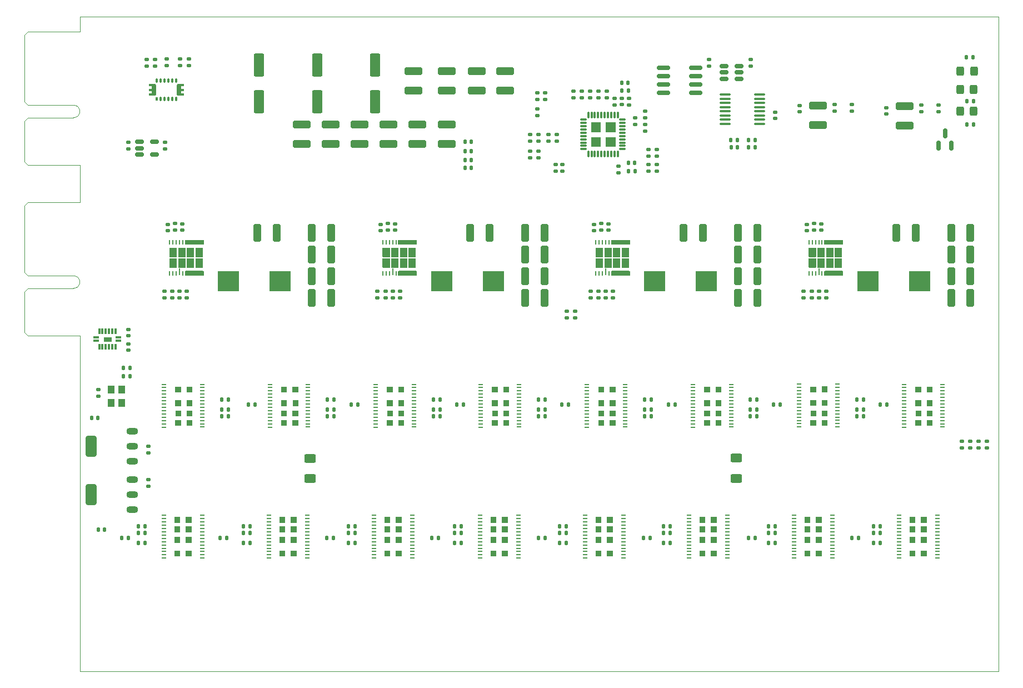
<source format=gbr>
%TF.GenerationSoftware,KiCad,Pcbnew,8.0.1*%
%TF.CreationDate,2024-04-21T01:40:19+02:00*%
%TF.ProjectId,EKO_Miner_BM1366-13xx_16-01A,454b4f5f-4d69-46e6-9572-5f424d313336,rev?*%
%TF.SameCoordinates,Original*%
%TF.FileFunction,Paste,Top*%
%TF.FilePolarity,Positive*%
%FSLAX46Y46*%
G04 Gerber Fmt 4.6, Leading zero omitted, Abs format (unit mm)*
G04 Created by KiCad (PCBNEW 8.0.1) date 2024-04-21 01:40:19*
%MOMM*%
%LPD*%
G01*
G04 APERTURE LIST*
G04 Aperture macros list*
%AMRoundRect*
0 Rectangle with rounded corners*
0 $1 Rounding radius*
0 $2 $3 $4 $5 $6 $7 $8 $9 X,Y pos of 4 corners*
0 Add a 4 corners polygon primitive as box body*
4,1,4,$2,$3,$4,$5,$6,$7,$8,$9,$2,$3,0*
0 Add four circle primitives for the rounded corners*
1,1,$1+$1,$2,$3*
1,1,$1+$1,$4,$5*
1,1,$1+$1,$6,$7*
1,1,$1+$1,$8,$9*
0 Add four rect primitives between the rounded corners*
20,1,$1+$1,$2,$3,$4,$5,0*
20,1,$1+$1,$4,$5,$6,$7,0*
20,1,$1+$1,$6,$7,$8,$9,0*
20,1,$1+$1,$8,$9,$2,$3,0*%
G04 Aperture macros list end*
%ADD10C,0.000000*%
%ADD11C,0.001000*%
%ADD12C,0.010000*%
%ADD13RoundRect,0.135000X0.135000X0.185000X-0.135000X0.185000X-0.135000X-0.185000X0.135000X-0.185000X0*%
%ADD14RoundRect,0.135000X-0.135000X-0.185000X0.135000X-0.185000X0.135000X0.185000X-0.135000X0.185000X0*%
%ADD15R,0.249999X0.700001*%
%ADD16R,0.249998X1.100000*%
%ADD17R,2.849999X0.800001*%
%ADD18RoundRect,0.250000X-1.100000X0.325000X-1.100000X-0.325000X1.100000X-0.325000X1.100000X0.325000X0*%
%ADD19RoundRect,0.140000X0.170000X-0.140000X0.170000X0.140000X-0.170000X0.140000X-0.170000X-0.140000X0*%
%ADD20RoundRect,0.140000X0.140000X0.170000X-0.140000X0.170000X-0.140000X-0.170000X0.140000X-0.170000X0*%
%ADD21RoundRect,0.135000X0.185000X-0.135000X0.185000X0.135000X-0.185000X0.135000X-0.185000X-0.135000X0*%
%ADD22RoundRect,0.250000X0.325000X1.100000X-0.325000X1.100000X-0.325000X-1.100000X0.325000X-1.100000X0*%
%ADD23RoundRect,0.250000X-0.325000X-1.100000X0.325000X-1.100000X0.325000X1.100000X-0.325000X1.100000X0*%
%ADD24R,0.792000X0.221000*%
%ADD25RoundRect,0.250000X0.550000X-1.500000X0.550000X1.500000X-0.550000X1.500000X-0.550000X-1.500000X0*%
%ADD26RoundRect,0.135000X-0.185000X0.135000X-0.185000X-0.135000X0.185000X-0.135000X0.185000X0.135000X0*%
%ADD27RoundRect,0.140000X-0.140000X-0.170000X0.140000X-0.170000X0.140000X0.170000X-0.140000X0.170000X0*%
%ADD28RoundRect,0.140000X-0.170000X0.140000X-0.170000X-0.140000X0.170000X-0.140000X0.170000X0.140000X0*%
%ADD29RoundRect,0.250000X0.625000X-0.400000X0.625000X0.400000X-0.625000X0.400000X-0.625000X-0.400000X0*%
%ADD30RoundRect,0.150000X-0.825000X-0.150000X0.825000X-0.150000X0.825000X0.150000X-0.825000X0.150000X0*%
%ADD31R,3.300000X3.050000*%
%ADD32R,1.100000X1.300000*%
%ADD33R,0.300000X0.600000*%
%ADD34RoundRect,0.075000X0.075000X-0.225000X0.075000X0.225000X-0.075000X0.225000X-0.075000X-0.225000X0*%
%ADD35RoundRect,0.075000X0.474999X0.075000X-0.474999X0.075000X-0.474999X-0.075000X0.474999X-0.075000X0*%
%ADD36RoundRect,0.181250X-0.181250X0.618750X-0.181250X-0.618750X0.181250X-0.618750X0.181250X0.618750X0*%
%ADD37RoundRect,0.075000X-0.474999X-0.075000X0.474999X-0.075000X0.474999X0.075000X-0.474999X0.075000X0*%
%ADD38RoundRect,0.181250X0.181250X-0.618750X0.181250X0.618750X-0.181250X0.618750X-0.181250X-0.618750X0*%
%ADD39RoundRect,0.250000X1.100000X-0.325000X1.100000X0.325000X-1.100000X0.325000X-1.100000X-0.325000X0*%
%ADD40RoundRect,0.250000X0.325000X0.450000X-0.325000X0.450000X-0.325000X-0.450000X0.325000X-0.450000X0*%
%ADD41RoundRect,0.422400X0.457600X-0.057600X0.457600X0.057600X-0.457600X0.057600X-0.457600X-0.057600X0*%
%ADD42RoundRect,0.457600X0.422400X-1.172400X0.422400X1.172400X-0.422400X1.172400X-0.422400X-1.172400X0*%
%ADD43RoundRect,0.150000X-0.512500X-0.150000X0.512500X-0.150000X0.512500X0.150000X-0.512500X0.150000X0*%
%ADD44RoundRect,0.007800X0.437200X0.122200X-0.437200X0.122200X-0.437200X-0.122200X0.437200X-0.122200X0*%
%ADD45RoundRect,0.007800X-0.122200X0.437200X-0.122200X-0.437200X0.122200X-0.437200X0.122200X0.437200X0*%
%ADD46RoundRect,0.100000X-0.712500X-0.100000X0.712500X-0.100000X0.712500X0.100000X-0.712500X0.100000X0*%
%ADD47RoundRect,0.028600X-0.401400X0.101400X-0.401400X-0.101400X0.401400X-0.101400X0.401400X0.101400X0*%
%ADD48RoundRect,0.007800X-0.122200X0.422200X-0.122200X-0.422200X0.122200X-0.422200X0.122200X0.422200X0*%
%ADD49RoundRect,0.150000X0.150000X-0.587500X0.150000X0.587500X-0.150000X0.587500X-0.150000X-0.587500X0*%
%TA.AperFunction,Profile*%
%ADD50C,0.100000*%
%TD*%
G04 APERTURE END LIST*
D10*
%TO.C,U19*%
G36*
X89489431Y-62100968D02*
G01*
X89498885Y-62103835D01*
X89507600Y-62108494D01*
X89515238Y-62114762D01*
X89521504Y-62122400D01*
X89526162Y-62131112D01*
X89529030Y-62140566D01*
X89529998Y-62150401D01*
X89529998Y-63459598D01*
X89529030Y-63469433D01*
X89526162Y-63478887D01*
X89521504Y-63487599D01*
X89515238Y-63495237D01*
X89507600Y-63501506D01*
X89498885Y-63506164D01*
X89489431Y-63509032D01*
X89479599Y-63510000D01*
X88460399Y-63510000D01*
X88450566Y-63509032D01*
X88441112Y-63506164D01*
X88432398Y-63501506D01*
X88424760Y-63495237D01*
X88418494Y-63487599D01*
X88413835Y-63478887D01*
X88410968Y-63469433D01*
X88409997Y-63459598D01*
X88409997Y-62150401D01*
X88410968Y-62140566D01*
X88413835Y-62131112D01*
X88418494Y-62122400D01*
X88424760Y-62114762D01*
X88432398Y-62108494D01*
X88441112Y-62103835D01*
X88450566Y-62100968D01*
X88460399Y-62100000D01*
X89479599Y-62100000D01*
X89489431Y-62100968D01*
G37*
G36*
X89489431Y-60490968D02*
G01*
X89498885Y-60493836D01*
X89507600Y-60498494D01*
X89515238Y-60504763D01*
X89521504Y-60512401D01*
X89526162Y-60521113D01*
X89529030Y-60530567D01*
X89529998Y-60540402D01*
X89529998Y-61849599D01*
X89529030Y-61859434D01*
X89526162Y-61868888D01*
X89521504Y-61877600D01*
X89515238Y-61885238D01*
X89507600Y-61891506D01*
X89498885Y-61896165D01*
X89489431Y-61899032D01*
X89479599Y-61900000D01*
X88460399Y-61900000D01*
X88450566Y-61899032D01*
X88441112Y-61896165D01*
X88432398Y-61891506D01*
X88424760Y-61885238D01*
X88418494Y-61877600D01*
X88413835Y-61868888D01*
X88410968Y-61859434D01*
X88409997Y-61849599D01*
X88409997Y-60540402D01*
X88410968Y-60530567D01*
X88413835Y-60521113D01*
X88418494Y-60512401D01*
X88424760Y-60504763D01*
X88432398Y-60498494D01*
X88441112Y-60493836D01*
X88450566Y-60490968D01*
X88460399Y-60490000D01*
X89479599Y-60490000D01*
X89489431Y-60490968D01*
G37*
G36*
X90809431Y-62100968D02*
G01*
X90818885Y-62103835D01*
X90827600Y-62108494D01*
X90835238Y-62114762D01*
X90841504Y-62122400D01*
X90846162Y-62131112D01*
X90849030Y-62140566D01*
X90849998Y-62150401D01*
X90849998Y-63459598D01*
X90849030Y-63469433D01*
X90846162Y-63478887D01*
X90841504Y-63487599D01*
X90835238Y-63495237D01*
X90827600Y-63501506D01*
X90818885Y-63506164D01*
X90809431Y-63509032D01*
X90799599Y-63510000D01*
X89780399Y-63510000D01*
X89770566Y-63509032D01*
X89761112Y-63506164D01*
X89752398Y-63501506D01*
X89744760Y-63495237D01*
X89738494Y-63487599D01*
X89733835Y-63478887D01*
X89730968Y-63469433D01*
X89729997Y-63459598D01*
X89729997Y-62150401D01*
X89730968Y-62140566D01*
X89733835Y-62131112D01*
X89738494Y-62122400D01*
X89744760Y-62114762D01*
X89752398Y-62108494D01*
X89761112Y-62103835D01*
X89770566Y-62100968D01*
X89780399Y-62100000D01*
X90799599Y-62100000D01*
X90809431Y-62100968D01*
G37*
G36*
X90809431Y-60490968D02*
G01*
X90818885Y-60493836D01*
X90827600Y-60498494D01*
X90835238Y-60504763D01*
X90841504Y-60512401D01*
X90846162Y-60521113D01*
X90849030Y-60530567D01*
X90849998Y-60540402D01*
X90849998Y-61849599D01*
X90849030Y-61859434D01*
X90846162Y-61868888D01*
X90841504Y-61877600D01*
X90835238Y-61885238D01*
X90827600Y-61891506D01*
X90818885Y-61896165D01*
X90809431Y-61899032D01*
X90799599Y-61900000D01*
X89780399Y-61900000D01*
X89770566Y-61899032D01*
X89761112Y-61896165D01*
X89752398Y-61891506D01*
X89744760Y-61885238D01*
X89738494Y-61877600D01*
X89733835Y-61868888D01*
X89730968Y-61859434D01*
X89729997Y-61849599D01*
X89729997Y-60540402D01*
X89730968Y-60530567D01*
X89733835Y-60521113D01*
X89738494Y-60512401D01*
X89744760Y-60504763D01*
X89752398Y-60498494D01*
X89761112Y-60493836D01*
X89770566Y-60490968D01*
X89780399Y-60490000D01*
X90799599Y-60490000D01*
X90809431Y-60490968D01*
G37*
G36*
X92129434Y-62100968D02*
G01*
X92138888Y-62103835D01*
X92147602Y-62108494D01*
X92155240Y-62114762D01*
X92161506Y-62122400D01*
X92166165Y-62131112D01*
X92169032Y-62140566D01*
X92170003Y-62150401D01*
X92170003Y-63459598D01*
X92169032Y-63469433D01*
X92166165Y-63478887D01*
X92161506Y-63487599D01*
X92155240Y-63495237D01*
X92147602Y-63501506D01*
X92138888Y-63506164D01*
X92129434Y-63509032D01*
X92119601Y-63510000D01*
X91100401Y-63510000D01*
X91090569Y-63509032D01*
X91081115Y-63506164D01*
X91072400Y-63501506D01*
X91064762Y-63495237D01*
X91058496Y-63487599D01*
X91053838Y-63478887D01*
X91050970Y-63469433D01*
X91050002Y-63459598D01*
X91050002Y-62150401D01*
X91050970Y-62140566D01*
X91053838Y-62131112D01*
X91058496Y-62122400D01*
X91064762Y-62114762D01*
X91072400Y-62108494D01*
X91081115Y-62103835D01*
X91090569Y-62100968D01*
X91100401Y-62100000D01*
X92119601Y-62100000D01*
X92129434Y-62100968D01*
G37*
G36*
X92129434Y-60490968D02*
G01*
X92138888Y-60493836D01*
X92147602Y-60498494D01*
X92155240Y-60504763D01*
X92161506Y-60512401D01*
X92166165Y-60521113D01*
X92169032Y-60530567D01*
X92170003Y-60540402D01*
X92170003Y-61849599D01*
X92169032Y-61859434D01*
X92166165Y-61868888D01*
X92161506Y-61877600D01*
X92155240Y-61885238D01*
X92147602Y-61891506D01*
X92138888Y-61896165D01*
X92129434Y-61899032D01*
X92119601Y-61900000D01*
X91100401Y-61900000D01*
X91090569Y-61899032D01*
X91081115Y-61896165D01*
X91072400Y-61891506D01*
X91064762Y-61885238D01*
X91058496Y-61877600D01*
X91053838Y-61868888D01*
X91050970Y-61859434D01*
X91050002Y-61849599D01*
X91050002Y-60540402D01*
X91050970Y-60530567D01*
X91053838Y-60521113D01*
X91058496Y-60512401D01*
X91064762Y-60504763D01*
X91072400Y-60498494D01*
X91081115Y-60493836D01*
X91090569Y-60490968D01*
X91100401Y-60490000D01*
X92119601Y-60490000D01*
X92129434Y-60490968D01*
G37*
G36*
X93449434Y-62100968D02*
G01*
X93458888Y-62103835D01*
X93467602Y-62108494D01*
X93475240Y-62114762D01*
X93481506Y-62122400D01*
X93486165Y-62131112D01*
X93489032Y-62140566D01*
X93490003Y-62150401D01*
X93490003Y-63459598D01*
X93489032Y-63469433D01*
X93486165Y-63478887D01*
X93481506Y-63487599D01*
X93475240Y-63495237D01*
X93467602Y-63501506D01*
X93458888Y-63506164D01*
X93449434Y-63509032D01*
X93439601Y-63510000D01*
X92420401Y-63510000D01*
X92410569Y-63509032D01*
X92401115Y-63506164D01*
X92392400Y-63501506D01*
X92384762Y-63495237D01*
X92378496Y-63487599D01*
X92373838Y-63478887D01*
X92370970Y-63469433D01*
X92370002Y-63459598D01*
X92370002Y-62150401D01*
X92370970Y-62140566D01*
X92373838Y-62131112D01*
X92378496Y-62122400D01*
X92384762Y-62114762D01*
X92392400Y-62108494D01*
X92401115Y-62103835D01*
X92410569Y-62100968D01*
X92420401Y-62100000D01*
X93439601Y-62100000D01*
X93449434Y-62100968D01*
G37*
G36*
X93449434Y-60490968D02*
G01*
X93458888Y-60493836D01*
X93467602Y-60498494D01*
X93475240Y-60504763D01*
X93481506Y-60512401D01*
X93486165Y-60521113D01*
X93489032Y-60530567D01*
X93490003Y-60540402D01*
X93490003Y-61849599D01*
X93489032Y-61859434D01*
X93486165Y-61868888D01*
X93481506Y-61877600D01*
X93475240Y-61885238D01*
X93467602Y-61891506D01*
X93458888Y-61896165D01*
X93449434Y-61899032D01*
X93439601Y-61900000D01*
X92420401Y-61900000D01*
X92410569Y-61899032D01*
X92401115Y-61896165D01*
X92392400Y-61891506D01*
X92384762Y-61885238D01*
X92378496Y-61877600D01*
X92373838Y-61868888D01*
X92370970Y-61859434D01*
X92370002Y-61849599D01*
X92370002Y-60540402D01*
X92370970Y-60530567D01*
X92373838Y-60521113D01*
X92378496Y-60512401D01*
X92384762Y-60504763D01*
X92392400Y-60498494D01*
X92401115Y-60493836D01*
X92410569Y-60490968D01*
X92420401Y-60490000D01*
X93439601Y-60490000D01*
X93449434Y-60490968D01*
G37*
G36*
X91074998Y-59350000D02*
G01*
X91074998Y-59560002D01*
X91124998Y-59610002D01*
X91274998Y-59610002D01*
X91324998Y-59560002D01*
X91324998Y-59350000D01*
X91374998Y-59300000D01*
X91525000Y-59300000D01*
X91575000Y-59350000D01*
X91575000Y-59560002D01*
X91625000Y-59610002D01*
X91775000Y-59610002D01*
X91825000Y-59560002D01*
X91825000Y-59350000D01*
X91874999Y-59300000D01*
X92024999Y-59300000D01*
X92074999Y-59350000D01*
X92074999Y-59560002D01*
X92124999Y-59610002D01*
X92274999Y-59610002D01*
X92324999Y-59560002D01*
X92324999Y-59350000D01*
X92374998Y-59300000D01*
X92524998Y-59300000D01*
X92574998Y-59350000D01*
X92574998Y-59560002D01*
X92624998Y-59610002D01*
X92775000Y-59610002D01*
X92825000Y-59560002D01*
X92825000Y-59350000D01*
X92875000Y-59300000D01*
X93025000Y-59300000D01*
X93075000Y-59350000D01*
X93075000Y-59560002D01*
X93124999Y-59610002D01*
X93274999Y-59610002D01*
X93324999Y-59560002D01*
X93324999Y-59350000D01*
X93374999Y-59300000D01*
X93524999Y-59300000D01*
X93574999Y-59350000D01*
X93574999Y-59950002D01*
X93524999Y-60000001D01*
X90874999Y-60000001D01*
X90824999Y-59950002D01*
X90824999Y-59350000D01*
X90874999Y-59300000D01*
X91024999Y-59300000D01*
X91074998Y-59350000D01*
G37*
G36*
X93574999Y-64049998D02*
G01*
X93574999Y-64650000D01*
X93524999Y-64700000D01*
X93374999Y-64700000D01*
X93324999Y-64650000D01*
X93324999Y-64439998D01*
X93274999Y-64389998D01*
X93124999Y-64389998D01*
X93075000Y-64439998D01*
X93075000Y-64650000D01*
X93025000Y-64700000D01*
X92875000Y-64700000D01*
X92825000Y-64650000D01*
X92825000Y-64439998D01*
X92775000Y-64389998D01*
X92624998Y-64389998D01*
X92574998Y-64439998D01*
X92574998Y-64650000D01*
X92524998Y-64700000D01*
X92374998Y-64700000D01*
X92324999Y-64650000D01*
X92324999Y-64439998D01*
X92274999Y-64389998D01*
X92124999Y-64389998D01*
X92074999Y-64439998D01*
X92074999Y-64650000D01*
X92024999Y-64700000D01*
X91874999Y-64700000D01*
X91825000Y-64650000D01*
X91825000Y-64439998D01*
X91775000Y-64389998D01*
X91625000Y-64389998D01*
X91575000Y-64439998D01*
X91575000Y-64650000D01*
X91525000Y-64700000D01*
X91374998Y-64700000D01*
X91324998Y-64650000D01*
X91324998Y-64439998D01*
X91274998Y-64389998D01*
X91124998Y-64389998D01*
X91074998Y-64439998D01*
X91074998Y-64650000D01*
X91024999Y-64700000D01*
X90874999Y-64700000D01*
X90824999Y-64650000D01*
X90824999Y-64049998D01*
X90874999Y-63999999D01*
X93524999Y-63999999D01*
X93574999Y-64049998D01*
G37*
%TO.C,U29*%
D11*
X185950000Y-105328000D02*
X185180000Y-105328000D01*
X185180000Y-104538000D01*
X185950000Y-104538000D01*
X185950000Y-105328000D01*
G36*
X185950000Y-105328000D02*
G01*
X185180000Y-105328000D01*
X185180000Y-104538000D01*
X185950000Y-104538000D01*
X185950000Y-105328000D01*
G37*
X185960000Y-102298000D02*
X185170000Y-102298000D01*
X185170000Y-101508000D01*
X185960000Y-101508000D01*
X185960000Y-102298000D01*
G36*
X185960000Y-102298000D02*
G01*
X185170000Y-102298000D01*
X185170000Y-101508000D01*
X185960000Y-101508000D01*
X185960000Y-102298000D01*
G37*
X185960000Y-103738000D02*
X185170000Y-103738000D01*
X185170000Y-102948000D01*
X185960000Y-102948000D01*
X185960000Y-103738000D01*
G36*
X185960000Y-103738000D02*
G01*
X185170000Y-103738000D01*
X185170000Y-102948000D01*
X185960000Y-102948000D01*
X185960000Y-103738000D01*
G37*
X185960000Y-107408000D02*
X185180000Y-107408000D01*
X185180000Y-106618000D01*
X185960000Y-106618000D01*
X185960000Y-107408000D01*
G36*
X185960000Y-107408000D02*
G01*
X185180000Y-107408000D01*
X185180000Y-106618000D01*
X185960000Y-106618000D01*
X185960000Y-107408000D01*
G37*
X187705000Y-103733000D02*
X186895000Y-103733000D01*
X186895000Y-102943000D01*
X187705000Y-102943000D01*
X187705000Y-103733000D01*
G36*
X187705000Y-103733000D02*
G01*
X186895000Y-103733000D01*
X186895000Y-102943000D01*
X187705000Y-102943000D01*
X187705000Y-103733000D01*
G37*
X187710000Y-102293000D02*
X186895000Y-102293000D01*
X186895000Y-101503000D01*
X187710000Y-101503000D01*
X187710000Y-102293000D01*
G36*
X187710000Y-102293000D02*
G01*
X186895000Y-102293000D01*
X186895000Y-101503000D01*
X187710000Y-101503000D01*
X187710000Y-102293000D01*
G37*
X187710000Y-105323000D02*
X186890000Y-105323000D01*
X186890000Y-104533000D01*
X187710000Y-104533000D01*
X187710000Y-105323000D01*
G36*
X187710000Y-105323000D02*
G01*
X186890000Y-105323000D01*
X186890000Y-104533000D01*
X187710000Y-104533000D01*
X187710000Y-105323000D01*
G37*
X187720000Y-107403000D02*
X186890000Y-107403000D01*
X186890000Y-106613000D01*
X187720000Y-106613000D01*
X187720000Y-107403000D01*
G36*
X187720000Y-107403000D02*
G01*
X186890000Y-107403000D01*
X186890000Y-106613000D01*
X187720000Y-106613000D01*
X187720000Y-107403000D01*
G37*
%TO.C,U26*%
X89938000Y-105328000D02*
X89168000Y-105328000D01*
X89168000Y-104538000D01*
X89938000Y-104538000D01*
X89938000Y-105328000D01*
G36*
X89938000Y-105328000D02*
G01*
X89168000Y-105328000D01*
X89168000Y-104538000D01*
X89938000Y-104538000D01*
X89938000Y-105328000D01*
G37*
X89948000Y-102298000D02*
X89158000Y-102298000D01*
X89158000Y-101508000D01*
X89948000Y-101508000D01*
X89948000Y-102298000D01*
G36*
X89948000Y-102298000D02*
G01*
X89158000Y-102298000D01*
X89158000Y-101508000D01*
X89948000Y-101508000D01*
X89948000Y-102298000D01*
G37*
X89948000Y-103738000D02*
X89158000Y-103738000D01*
X89158000Y-102948000D01*
X89948000Y-102948000D01*
X89948000Y-103738000D01*
G36*
X89948000Y-103738000D02*
G01*
X89158000Y-103738000D01*
X89158000Y-102948000D01*
X89948000Y-102948000D01*
X89948000Y-103738000D01*
G37*
X89948000Y-107408000D02*
X89168000Y-107408000D01*
X89168000Y-106618000D01*
X89948000Y-106618000D01*
X89948000Y-107408000D01*
G36*
X89948000Y-107408000D02*
G01*
X89168000Y-107408000D01*
X89168000Y-106618000D01*
X89948000Y-106618000D01*
X89948000Y-107408000D01*
G37*
X91693000Y-103733000D02*
X90883000Y-103733000D01*
X90883000Y-102943000D01*
X91693000Y-102943000D01*
X91693000Y-103733000D01*
G36*
X91693000Y-103733000D02*
G01*
X90883000Y-103733000D01*
X90883000Y-102943000D01*
X91693000Y-102943000D01*
X91693000Y-103733000D01*
G37*
X91698000Y-102293000D02*
X90883000Y-102293000D01*
X90883000Y-101503000D01*
X91698000Y-101503000D01*
X91698000Y-102293000D01*
G36*
X91698000Y-102293000D02*
G01*
X90883000Y-102293000D01*
X90883000Y-101503000D01*
X91698000Y-101503000D01*
X91698000Y-102293000D01*
G37*
X91698000Y-105323000D02*
X90878000Y-105323000D01*
X90878000Y-104533000D01*
X91698000Y-104533000D01*
X91698000Y-105323000D01*
G36*
X91698000Y-105323000D02*
G01*
X90878000Y-105323000D01*
X90878000Y-104533000D01*
X91698000Y-104533000D01*
X91698000Y-105323000D01*
G37*
X91708000Y-107403000D02*
X90878000Y-107403000D01*
X90878000Y-106613000D01*
X91708000Y-106613000D01*
X91708000Y-107403000D01*
G36*
X91708000Y-107403000D02*
G01*
X90878000Y-107403000D01*
X90878000Y-106613000D01*
X91708000Y-106613000D01*
X91708000Y-107403000D01*
G37*
%TO.C,U31*%
X154112666Y-105328000D02*
X153342666Y-105328000D01*
X153342666Y-104538000D01*
X154112666Y-104538000D01*
X154112666Y-105328000D01*
G36*
X154112666Y-105328000D02*
G01*
X153342666Y-105328000D01*
X153342666Y-104538000D01*
X154112666Y-104538000D01*
X154112666Y-105328000D01*
G37*
X154122666Y-102298000D02*
X153332666Y-102298000D01*
X153332666Y-101508000D01*
X154122666Y-101508000D01*
X154122666Y-102298000D01*
G36*
X154122666Y-102298000D02*
G01*
X153332666Y-102298000D01*
X153332666Y-101508000D01*
X154122666Y-101508000D01*
X154122666Y-102298000D01*
G37*
X154122666Y-103738000D02*
X153332666Y-103738000D01*
X153332666Y-102948000D01*
X154122666Y-102948000D01*
X154122666Y-103738000D01*
G36*
X154122666Y-103738000D02*
G01*
X153332666Y-103738000D01*
X153332666Y-102948000D01*
X154122666Y-102948000D01*
X154122666Y-103738000D01*
G37*
X154122666Y-107408000D02*
X153342666Y-107408000D01*
X153342666Y-106618000D01*
X154122666Y-106618000D01*
X154122666Y-107408000D01*
G36*
X154122666Y-107408000D02*
G01*
X153342666Y-107408000D01*
X153342666Y-106618000D01*
X154122666Y-106618000D01*
X154122666Y-107408000D01*
G37*
X155867666Y-103733000D02*
X155057666Y-103733000D01*
X155057666Y-102943000D01*
X155867666Y-102943000D01*
X155867666Y-103733000D01*
G36*
X155867666Y-103733000D02*
G01*
X155057666Y-103733000D01*
X155057666Y-102943000D01*
X155867666Y-102943000D01*
X155867666Y-103733000D01*
G37*
X155872666Y-102293000D02*
X155057666Y-102293000D01*
X155057666Y-101503000D01*
X155872666Y-101503000D01*
X155872666Y-102293000D01*
G36*
X155872666Y-102293000D02*
G01*
X155057666Y-102293000D01*
X155057666Y-101503000D01*
X155872666Y-101503000D01*
X155872666Y-102293000D01*
G37*
X155872666Y-105323000D02*
X155052666Y-105323000D01*
X155052666Y-104533000D01*
X155872666Y-104533000D01*
X155872666Y-105323000D01*
G36*
X155872666Y-105323000D02*
G01*
X155052666Y-105323000D01*
X155052666Y-104533000D01*
X155872666Y-104533000D01*
X155872666Y-105323000D01*
G37*
X155882666Y-107403000D02*
X155052666Y-107403000D01*
X155052666Y-106613000D01*
X155882666Y-106613000D01*
X155882666Y-107403000D01*
G36*
X155882666Y-107403000D02*
G01*
X155052666Y-107403000D01*
X155052666Y-106613000D01*
X155882666Y-106613000D01*
X155882666Y-107403000D01*
G37*
%TO.C,U13*%
X89288000Y-81637000D02*
X90118000Y-81637000D01*
X90118000Y-82427000D01*
X89288000Y-82427000D01*
X89288000Y-81637000D01*
G36*
X89288000Y-81637000D02*
G01*
X90118000Y-81637000D01*
X90118000Y-82427000D01*
X89288000Y-82427000D01*
X89288000Y-81637000D01*
G37*
X89298000Y-83717000D02*
X90118000Y-83717000D01*
X90118000Y-84507000D01*
X89298000Y-84507000D01*
X89298000Y-83717000D01*
G36*
X89298000Y-83717000D02*
G01*
X90118000Y-83717000D01*
X90118000Y-84507000D01*
X89298000Y-84507000D01*
X89298000Y-83717000D01*
G37*
X89298000Y-86747000D02*
X90113000Y-86747000D01*
X90113000Y-87537000D01*
X89298000Y-87537000D01*
X89298000Y-86747000D01*
G36*
X89298000Y-86747000D02*
G01*
X90113000Y-86747000D01*
X90113000Y-87537000D01*
X89298000Y-87537000D01*
X89298000Y-86747000D01*
G37*
X89303000Y-85307000D02*
X90113000Y-85307000D01*
X90113000Y-86097000D01*
X89303000Y-86097000D01*
X89303000Y-85307000D01*
G36*
X89303000Y-85307000D02*
G01*
X90113000Y-85307000D01*
X90113000Y-86097000D01*
X89303000Y-86097000D01*
X89303000Y-85307000D01*
G37*
X91048000Y-81632000D02*
X91828000Y-81632000D01*
X91828000Y-82422000D01*
X91048000Y-82422000D01*
X91048000Y-81632000D01*
G36*
X91048000Y-81632000D02*
G01*
X91828000Y-81632000D01*
X91828000Y-82422000D01*
X91048000Y-82422000D01*
X91048000Y-81632000D01*
G37*
X91048000Y-85302000D02*
X91838000Y-85302000D01*
X91838000Y-86092000D01*
X91048000Y-86092000D01*
X91048000Y-85302000D01*
G36*
X91048000Y-85302000D02*
G01*
X91838000Y-85302000D01*
X91838000Y-86092000D01*
X91048000Y-86092000D01*
X91048000Y-85302000D01*
G37*
X91048000Y-86742000D02*
X91838000Y-86742000D01*
X91838000Y-87532000D01*
X91048000Y-87532000D01*
X91048000Y-86742000D01*
G36*
X91048000Y-86742000D02*
G01*
X91838000Y-86742000D01*
X91838000Y-87532000D01*
X91048000Y-87532000D01*
X91048000Y-86742000D01*
G37*
X91058000Y-83712000D02*
X91828000Y-83712000D01*
X91828000Y-84502000D01*
X91058000Y-84502000D01*
X91058000Y-83712000D01*
G36*
X91058000Y-83712000D02*
G01*
X91828000Y-83712000D01*
X91828000Y-84502000D01*
X91058000Y-84502000D01*
X91058000Y-83712000D01*
G37*
D10*
%TO.C,U21*%
G36*
X154422763Y-62100968D02*
G01*
X154432217Y-62103835D01*
X154440932Y-62108494D01*
X154448570Y-62114762D01*
X154454836Y-62122400D01*
X154459494Y-62131112D01*
X154462362Y-62140566D01*
X154463330Y-62150401D01*
X154463330Y-63459598D01*
X154462362Y-63469433D01*
X154459494Y-63478887D01*
X154454836Y-63487599D01*
X154448570Y-63495237D01*
X154440932Y-63501506D01*
X154432217Y-63506164D01*
X154422763Y-63509032D01*
X154412931Y-63510000D01*
X153393731Y-63510000D01*
X153383898Y-63509032D01*
X153374444Y-63506164D01*
X153365730Y-63501506D01*
X153358092Y-63495237D01*
X153351826Y-63487599D01*
X153347167Y-63478887D01*
X153344300Y-63469433D01*
X153343329Y-63459598D01*
X153343329Y-62150401D01*
X153344300Y-62140566D01*
X153347167Y-62131112D01*
X153351826Y-62122400D01*
X153358092Y-62114762D01*
X153365730Y-62108494D01*
X153374444Y-62103835D01*
X153383898Y-62100968D01*
X153393731Y-62100000D01*
X154412931Y-62100000D01*
X154422763Y-62100968D01*
G37*
G36*
X154422763Y-60490968D02*
G01*
X154432217Y-60493836D01*
X154440932Y-60498494D01*
X154448570Y-60504763D01*
X154454836Y-60512401D01*
X154459494Y-60521113D01*
X154462362Y-60530567D01*
X154463330Y-60540402D01*
X154463330Y-61849599D01*
X154462362Y-61859434D01*
X154459494Y-61868888D01*
X154454836Y-61877600D01*
X154448570Y-61885238D01*
X154440932Y-61891506D01*
X154432217Y-61896165D01*
X154422763Y-61899032D01*
X154412931Y-61900000D01*
X153393731Y-61900000D01*
X153383898Y-61899032D01*
X153374444Y-61896165D01*
X153365730Y-61891506D01*
X153358092Y-61885238D01*
X153351826Y-61877600D01*
X153347167Y-61868888D01*
X153344300Y-61859434D01*
X153343329Y-61849599D01*
X153343329Y-60540402D01*
X153344300Y-60530567D01*
X153347167Y-60521113D01*
X153351826Y-60512401D01*
X153358092Y-60504763D01*
X153365730Y-60498494D01*
X153374444Y-60493836D01*
X153383898Y-60490968D01*
X153393731Y-60490000D01*
X154412931Y-60490000D01*
X154422763Y-60490968D01*
G37*
G36*
X155742763Y-62100968D02*
G01*
X155752217Y-62103835D01*
X155760932Y-62108494D01*
X155768570Y-62114762D01*
X155774836Y-62122400D01*
X155779494Y-62131112D01*
X155782362Y-62140566D01*
X155783330Y-62150401D01*
X155783330Y-63459598D01*
X155782362Y-63469433D01*
X155779494Y-63478887D01*
X155774836Y-63487599D01*
X155768570Y-63495237D01*
X155760932Y-63501506D01*
X155752217Y-63506164D01*
X155742763Y-63509032D01*
X155732931Y-63510000D01*
X154713731Y-63510000D01*
X154703898Y-63509032D01*
X154694444Y-63506164D01*
X154685730Y-63501506D01*
X154678092Y-63495237D01*
X154671826Y-63487599D01*
X154667167Y-63478887D01*
X154664300Y-63469433D01*
X154663329Y-63459598D01*
X154663329Y-62150401D01*
X154664300Y-62140566D01*
X154667167Y-62131112D01*
X154671826Y-62122400D01*
X154678092Y-62114762D01*
X154685730Y-62108494D01*
X154694444Y-62103835D01*
X154703898Y-62100968D01*
X154713731Y-62100000D01*
X155732931Y-62100000D01*
X155742763Y-62100968D01*
G37*
G36*
X155742763Y-60490968D02*
G01*
X155752217Y-60493836D01*
X155760932Y-60498494D01*
X155768570Y-60504763D01*
X155774836Y-60512401D01*
X155779494Y-60521113D01*
X155782362Y-60530567D01*
X155783330Y-60540402D01*
X155783330Y-61849599D01*
X155782362Y-61859434D01*
X155779494Y-61868888D01*
X155774836Y-61877600D01*
X155768570Y-61885238D01*
X155760932Y-61891506D01*
X155752217Y-61896165D01*
X155742763Y-61899032D01*
X155732931Y-61900000D01*
X154713731Y-61900000D01*
X154703898Y-61899032D01*
X154694444Y-61896165D01*
X154685730Y-61891506D01*
X154678092Y-61885238D01*
X154671826Y-61877600D01*
X154667167Y-61868888D01*
X154664300Y-61859434D01*
X154663329Y-61849599D01*
X154663329Y-60540402D01*
X154664300Y-60530567D01*
X154667167Y-60521113D01*
X154671826Y-60512401D01*
X154678092Y-60504763D01*
X154685730Y-60498494D01*
X154694444Y-60493836D01*
X154703898Y-60490968D01*
X154713731Y-60490000D01*
X155732931Y-60490000D01*
X155742763Y-60490968D01*
G37*
G36*
X157062766Y-62100968D02*
G01*
X157072220Y-62103835D01*
X157080934Y-62108494D01*
X157088572Y-62114762D01*
X157094838Y-62122400D01*
X157099497Y-62131112D01*
X157102364Y-62140566D01*
X157103335Y-62150401D01*
X157103335Y-63459598D01*
X157102364Y-63469433D01*
X157099497Y-63478887D01*
X157094838Y-63487599D01*
X157088572Y-63495237D01*
X157080934Y-63501506D01*
X157072220Y-63506164D01*
X157062766Y-63509032D01*
X157052933Y-63510000D01*
X156033733Y-63510000D01*
X156023901Y-63509032D01*
X156014447Y-63506164D01*
X156005732Y-63501506D01*
X155998094Y-63495237D01*
X155991828Y-63487599D01*
X155987170Y-63478887D01*
X155984302Y-63469433D01*
X155983334Y-63459598D01*
X155983334Y-62150401D01*
X155984302Y-62140566D01*
X155987170Y-62131112D01*
X155991828Y-62122400D01*
X155998094Y-62114762D01*
X156005732Y-62108494D01*
X156014447Y-62103835D01*
X156023901Y-62100968D01*
X156033733Y-62100000D01*
X157052933Y-62100000D01*
X157062766Y-62100968D01*
G37*
G36*
X157062766Y-60490968D02*
G01*
X157072220Y-60493836D01*
X157080934Y-60498494D01*
X157088572Y-60504763D01*
X157094838Y-60512401D01*
X157099497Y-60521113D01*
X157102364Y-60530567D01*
X157103335Y-60540402D01*
X157103335Y-61849599D01*
X157102364Y-61859434D01*
X157099497Y-61868888D01*
X157094838Y-61877600D01*
X157088572Y-61885238D01*
X157080934Y-61891506D01*
X157072220Y-61896165D01*
X157062766Y-61899032D01*
X157052933Y-61900000D01*
X156033733Y-61900000D01*
X156023901Y-61899032D01*
X156014447Y-61896165D01*
X156005732Y-61891506D01*
X155998094Y-61885238D01*
X155991828Y-61877600D01*
X155987170Y-61868888D01*
X155984302Y-61859434D01*
X155983334Y-61849599D01*
X155983334Y-60540402D01*
X155984302Y-60530567D01*
X155987170Y-60521113D01*
X155991828Y-60512401D01*
X155998094Y-60504763D01*
X156005732Y-60498494D01*
X156014447Y-60493836D01*
X156023901Y-60490968D01*
X156033733Y-60490000D01*
X157052933Y-60490000D01*
X157062766Y-60490968D01*
G37*
G36*
X158382766Y-62100968D02*
G01*
X158392220Y-62103835D01*
X158400934Y-62108494D01*
X158408572Y-62114762D01*
X158414838Y-62122400D01*
X158419497Y-62131112D01*
X158422364Y-62140566D01*
X158423335Y-62150401D01*
X158423335Y-63459598D01*
X158422364Y-63469433D01*
X158419497Y-63478887D01*
X158414838Y-63487599D01*
X158408572Y-63495237D01*
X158400934Y-63501506D01*
X158392220Y-63506164D01*
X158382766Y-63509032D01*
X158372933Y-63510000D01*
X157353733Y-63510000D01*
X157343901Y-63509032D01*
X157334447Y-63506164D01*
X157325732Y-63501506D01*
X157318094Y-63495237D01*
X157311828Y-63487599D01*
X157307170Y-63478887D01*
X157304302Y-63469433D01*
X157303334Y-63459598D01*
X157303334Y-62150401D01*
X157304302Y-62140566D01*
X157307170Y-62131112D01*
X157311828Y-62122400D01*
X157318094Y-62114762D01*
X157325732Y-62108494D01*
X157334447Y-62103835D01*
X157343901Y-62100968D01*
X157353733Y-62100000D01*
X158372933Y-62100000D01*
X158382766Y-62100968D01*
G37*
G36*
X158382766Y-60490968D02*
G01*
X158392220Y-60493836D01*
X158400934Y-60498494D01*
X158408572Y-60504763D01*
X158414838Y-60512401D01*
X158419497Y-60521113D01*
X158422364Y-60530567D01*
X158423335Y-60540402D01*
X158423335Y-61849599D01*
X158422364Y-61859434D01*
X158419497Y-61868888D01*
X158414838Y-61877600D01*
X158408572Y-61885238D01*
X158400934Y-61891506D01*
X158392220Y-61896165D01*
X158382766Y-61899032D01*
X158372933Y-61900000D01*
X157353733Y-61900000D01*
X157343901Y-61899032D01*
X157334447Y-61896165D01*
X157325732Y-61891506D01*
X157318094Y-61885238D01*
X157311828Y-61877600D01*
X157307170Y-61868888D01*
X157304302Y-61859434D01*
X157303334Y-61849599D01*
X157303334Y-60540402D01*
X157304302Y-60530567D01*
X157307170Y-60521113D01*
X157311828Y-60512401D01*
X157318094Y-60504763D01*
X157325732Y-60498494D01*
X157334447Y-60493836D01*
X157343901Y-60490968D01*
X157353733Y-60490000D01*
X158372933Y-60490000D01*
X158382766Y-60490968D01*
G37*
G36*
X156008330Y-59350000D02*
G01*
X156008330Y-59560002D01*
X156058330Y-59610002D01*
X156208330Y-59610002D01*
X156258330Y-59560002D01*
X156258330Y-59350000D01*
X156308330Y-59300000D01*
X156458332Y-59300000D01*
X156508332Y-59350000D01*
X156508332Y-59560002D01*
X156558332Y-59610002D01*
X156708332Y-59610002D01*
X156758332Y-59560002D01*
X156758332Y-59350000D01*
X156808331Y-59300000D01*
X156958331Y-59300000D01*
X157008331Y-59350000D01*
X157008331Y-59560002D01*
X157058331Y-59610002D01*
X157208331Y-59610002D01*
X157258331Y-59560002D01*
X157258331Y-59350000D01*
X157308330Y-59300000D01*
X157458330Y-59300000D01*
X157508330Y-59350000D01*
X157508330Y-59560002D01*
X157558330Y-59610002D01*
X157708332Y-59610002D01*
X157758332Y-59560002D01*
X157758332Y-59350000D01*
X157808332Y-59300000D01*
X157958332Y-59300000D01*
X158008332Y-59350000D01*
X158008332Y-59560002D01*
X158058331Y-59610002D01*
X158208331Y-59610002D01*
X158258331Y-59560002D01*
X158258331Y-59350000D01*
X158308331Y-59300000D01*
X158458331Y-59300000D01*
X158508331Y-59350000D01*
X158508331Y-59950002D01*
X158458331Y-60000001D01*
X155808331Y-60000001D01*
X155758331Y-59950002D01*
X155758331Y-59350000D01*
X155808331Y-59300000D01*
X155958331Y-59300000D01*
X156008330Y-59350000D01*
G37*
G36*
X158508331Y-64049998D02*
G01*
X158508331Y-64650000D01*
X158458331Y-64700000D01*
X158308331Y-64700000D01*
X158258331Y-64650000D01*
X158258331Y-64439998D01*
X158208331Y-64389998D01*
X158058331Y-64389998D01*
X158008332Y-64439998D01*
X158008332Y-64650000D01*
X157958332Y-64700000D01*
X157808332Y-64700000D01*
X157758332Y-64650000D01*
X157758332Y-64439998D01*
X157708332Y-64389998D01*
X157558330Y-64389998D01*
X157508330Y-64439998D01*
X157508330Y-64650000D01*
X157458330Y-64700000D01*
X157308330Y-64700000D01*
X157258331Y-64650000D01*
X157258331Y-64439998D01*
X157208331Y-64389998D01*
X157058331Y-64389998D01*
X157008331Y-64439998D01*
X157008331Y-64650000D01*
X156958331Y-64700000D01*
X156808331Y-64700000D01*
X156758332Y-64650000D01*
X156758332Y-64439998D01*
X156708332Y-64389998D01*
X156558332Y-64389998D01*
X156508332Y-64439998D01*
X156508332Y-64650000D01*
X156458332Y-64700000D01*
X156308330Y-64700000D01*
X156258330Y-64650000D01*
X156258330Y-64439998D01*
X156208330Y-64389998D01*
X156058330Y-64389998D01*
X156008330Y-64439998D01*
X156008330Y-64650000D01*
X155958331Y-64700000D01*
X155808331Y-64700000D01*
X155758331Y-64650000D01*
X155758331Y-64049998D01*
X155808331Y-63999999D01*
X158458331Y-63999999D01*
X158508331Y-64049998D01*
G37*
%TO.C,U11*%
D11*
X202063999Y-81637000D02*
X202893999Y-81637000D01*
X202893999Y-82427000D01*
X202063999Y-82427000D01*
X202063999Y-81637000D01*
G36*
X202063999Y-81637000D02*
G01*
X202893999Y-81637000D01*
X202893999Y-82427000D01*
X202063999Y-82427000D01*
X202063999Y-81637000D01*
G37*
X202073999Y-83717000D02*
X202893999Y-83717000D01*
X202893999Y-84507000D01*
X202073999Y-84507000D01*
X202073999Y-83717000D01*
G36*
X202073999Y-83717000D02*
G01*
X202893999Y-83717000D01*
X202893999Y-84507000D01*
X202073999Y-84507000D01*
X202073999Y-83717000D01*
G37*
X202073999Y-86747000D02*
X202888999Y-86747000D01*
X202888999Y-87537000D01*
X202073999Y-87537000D01*
X202073999Y-86747000D01*
G36*
X202073999Y-86747000D02*
G01*
X202888999Y-86747000D01*
X202888999Y-87537000D01*
X202073999Y-87537000D01*
X202073999Y-86747000D01*
G37*
X202078999Y-85307000D02*
X202888999Y-85307000D01*
X202888999Y-86097000D01*
X202078999Y-86097000D01*
X202078999Y-85307000D01*
G36*
X202078999Y-85307000D02*
G01*
X202888999Y-85307000D01*
X202888999Y-86097000D01*
X202078999Y-86097000D01*
X202078999Y-85307000D01*
G37*
X203823999Y-81632000D02*
X204603999Y-81632000D01*
X204603999Y-82422000D01*
X203823999Y-82422000D01*
X203823999Y-81632000D01*
G36*
X203823999Y-81632000D02*
G01*
X204603999Y-81632000D01*
X204603999Y-82422000D01*
X203823999Y-82422000D01*
X203823999Y-81632000D01*
G37*
X203823999Y-85302000D02*
X204613999Y-85302000D01*
X204613999Y-86092000D01*
X203823999Y-86092000D01*
X203823999Y-85302000D01*
G36*
X203823999Y-85302000D02*
G01*
X204613999Y-85302000D01*
X204613999Y-86092000D01*
X203823999Y-86092000D01*
X203823999Y-85302000D01*
G37*
X203823999Y-86742000D02*
X204613999Y-86742000D01*
X204613999Y-87532000D01*
X203823999Y-87532000D01*
X203823999Y-86742000D01*
G36*
X203823999Y-86742000D02*
G01*
X204613999Y-86742000D01*
X204613999Y-87532000D01*
X203823999Y-87532000D01*
X203823999Y-86742000D01*
G37*
X203833999Y-83712000D02*
X204603999Y-83712000D01*
X204603999Y-84502000D01*
X203833999Y-84502000D01*
X203833999Y-83712000D01*
G36*
X203833999Y-83712000D02*
G01*
X204603999Y-83712000D01*
X204603999Y-84502000D01*
X203833999Y-84502000D01*
X203833999Y-83712000D01*
G37*
%TO.C,U30*%
X169948000Y-105328000D02*
X169178000Y-105328000D01*
X169178000Y-104538000D01*
X169948000Y-104538000D01*
X169948000Y-105328000D01*
G36*
X169948000Y-105328000D02*
G01*
X169178000Y-105328000D01*
X169178000Y-104538000D01*
X169948000Y-104538000D01*
X169948000Y-105328000D01*
G37*
X169958000Y-102298000D02*
X169168000Y-102298000D01*
X169168000Y-101508000D01*
X169958000Y-101508000D01*
X169958000Y-102298000D01*
G36*
X169958000Y-102298000D02*
G01*
X169168000Y-102298000D01*
X169168000Y-101508000D01*
X169958000Y-101508000D01*
X169958000Y-102298000D01*
G37*
X169958000Y-103738000D02*
X169168000Y-103738000D01*
X169168000Y-102948000D01*
X169958000Y-102948000D01*
X169958000Y-103738000D01*
G36*
X169958000Y-103738000D02*
G01*
X169168000Y-103738000D01*
X169168000Y-102948000D01*
X169958000Y-102948000D01*
X169958000Y-103738000D01*
G37*
X169958000Y-107408000D02*
X169178000Y-107408000D01*
X169178000Y-106618000D01*
X169958000Y-106618000D01*
X169958000Y-107408000D01*
G36*
X169958000Y-107408000D02*
G01*
X169178000Y-107408000D01*
X169178000Y-106618000D01*
X169958000Y-106618000D01*
X169958000Y-107408000D01*
G37*
X171703000Y-103733000D02*
X170893000Y-103733000D01*
X170893000Y-102943000D01*
X171703000Y-102943000D01*
X171703000Y-103733000D01*
G36*
X171703000Y-103733000D02*
G01*
X170893000Y-103733000D01*
X170893000Y-102943000D01*
X171703000Y-102943000D01*
X171703000Y-103733000D01*
G37*
X171708000Y-102293000D02*
X170893000Y-102293000D01*
X170893000Y-101503000D01*
X171708000Y-101503000D01*
X171708000Y-102293000D01*
G36*
X171708000Y-102293000D02*
G01*
X170893000Y-102293000D01*
X170893000Y-101503000D01*
X171708000Y-101503000D01*
X171708000Y-102293000D01*
G37*
X171708000Y-105323000D02*
X170888000Y-105323000D01*
X170888000Y-104533000D01*
X171708000Y-104533000D01*
X171708000Y-105323000D01*
G36*
X171708000Y-105323000D02*
G01*
X170888000Y-105323000D01*
X170888000Y-104533000D01*
X171708000Y-104533000D01*
X171708000Y-105323000D01*
G37*
X171718000Y-107403000D02*
X170888000Y-107403000D01*
X170888000Y-106613000D01*
X171718000Y-106613000D01*
X171718000Y-107403000D01*
G36*
X171718000Y-107403000D02*
G01*
X170888000Y-107403000D01*
X170888000Y-106613000D01*
X171718000Y-106613000D01*
X171718000Y-107403000D01*
G37*
D10*
%TO.C,U20*%
G36*
X121956097Y-62100968D02*
G01*
X121965551Y-62103835D01*
X121974266Y-62108494D01*
X121981904Y-62114762D01*
X121988170Y-62122400D01*
X121992828Y-62131112D01*
X121995696Y-62140566D01*
X121996664Y-62150401D01*
X121996664Y-63459598D01*
X121995696Y-63469433D01*
X121992828Y-63478887D01*
X121988170Y-63487599D01*
X121981904Y-63495237D01*
X121974266Y-63501506D01*
X121965551Y-63506164D01*
X121956097Y-63509032D01*
X121946265Y-63510000D01*
X120927065Y-63510000D01*
X120917232Y-63509032D01*
X120907778Y-63506164D01*
X120899064Y-63501506D01*
X120891426Y-63495237D01*
X120885160Y-63487599D01*
X120880501Y-63478887D01*
X120877634Y-63469433D01*
X120876663Y-63459598D01*
X120876663Y-62150401D01*
X120877634Y-62140566D01*
X120880501Y-62131112D01*
X120885160Y-62122400D01*
X120891426Y-62114762D01*
X120899064Y-62108494D01*
X120907778Y-62103835D01*
X120917232Y-62100968D01*
X120927065Y-62100000D01*
X121946265Y-62100000D01*
X121956097Y-62100968D01*
G37*
G36*
X121956097Y-60490968D02*
G01*
X121965551Y-60493836D01*
X121974266Y-60498494D01*
X121981904Y-60504763D01*
X121988170Y-60512401D01*
X121992828Y-60521113D01*
X121995696Y-60530567D01*
X121996664Y-60540402D01*
X121996664Y-61849599D01*
X121995696Y-61859434D01*
X121992828Y-61868888D01*
X121988170Y-61877600D01*
X121981904Y-61885238D01*
X121974266Y-61891506D01*
X121965551Y-61896165D01*
X121956097Y-61899032D01*
X121946265Y-61900000D01*
X120927065Y-61900000D01*
X120917232Y-61899032D01*
X120907778Y-61896165D01*
X120899064Y-61891506D01*
X120891426Y-61885238D01*
X120885160Y-61877600D01*
X120880501Y-61868888D01*
X120877634Y-61859434D01*
X120876663Y-61849599D01*
X120876663Y-60540402D01*
X120877634Y-60530567D01*
X120880501Y-60521113D01*
X120885160Y-60512401D01*
X120891426Y-60504763D01*
X120899064Y-60498494D01*
X120907778Y-60493836D01*
X120917232Y-60490968D01*
X120927065Y-60490000D01*
X121946265Y-60490000D01*
X121956097Y-60490968D01*
G37*
G36*
X123276097Y-62100968D02*
G01*
X123285551Y-62103835D01*
X123294266Y-62108494D01*
X123301904Y-62114762D01*
X123308170Y-62122400D01*
X123312828Y-62131112D01*
X123315696Y-62140566D01*
X123316664Y-62150401D01*
X123316664Y-63459598D01*
X123315696Y-63469433D01*
X123312828Y-63478887D01*
X123308170Y-63487599D01*
X123301904Y-63495237D01*
X123294266Y-63501506D01*
X123285551Y-63506164D01*
X123276097Y-63509032D01*
X123266265Y-63510000D01*
X122247065Y-63510000D01*
X122237232Y-63509032D01*
X122227778Y-63506164D01*
X122219064Y-63501506D01*
X122211426Y-63495237D01*
X122205160Y-63487599D01*
X122200501Y-63478887D01*
X122197634Y-63469433D01*
X122196663Y-63459598D01*
X122196663Y-62150401D01*
X122197634Y-62140566D01*
X122200501Y-62131112D01*
X122205160Y-62122400D01*
X122211426Y-62114762D01*
X122219064Y-62108494D01*
X122227778Y-62103835D01*
X122237232Y-62100968D01*
X122247065Y-62100000D01*
X123266265Y-62100000D01*
X123276097Y-62100968D01*
G37*
G36*
X123276097Y-60490968D02*
G01*
X123285551Y-60493836D01*
X123294266Y-60498494D01*
X123301904Y-60504763D01*
X123308170Y-60512401D01*
X123312828Y-60521113D01*
X123315696Y-60530567D01*
X123316664Y-60540402D01*
X123316664Y-61849599D01*
X123315696Y-61859434D01*
X123312828Y-61868888D01*
X123308170Y-61877600D01*
X123301904Y-61885238D01*
X123294266Y-61891506D01*
X123285551Y-61896165D01*
X123276097Y-61899032D01*
X123266265Y-61900000D01*
X122247065Y-61900000D01*
X122237232Y-61899032D01*
X122227778Y-61896165D01*
X122219064Y-61891506D01*
X122211426Y-61885238D01*
X122205160Y-61877600D01*
X122200501Y-61868888D01*
X122197634Y-61859434D01*
X122196663Y-61849599D01*
X122196663Y-60540402D01*
X122197634Y-60530567D01*
X122200501Y-60521113D01*
X122205160Y-60512401D01*
X122211426Y-60504763D01*
X122219064Y-60498494D01*
X122227778Y-60493836D01*
X122237232Y-60490968D01*
X122247065Y-60490000D01*
X123266265Y-60490000D01*
X123276097Y-60490968D01*
G37*
G36*
X124596100Y-62100968D02*
G01*
X124605554Y-62103835D01*
X124614268Y-62108494D01*
X124621906Y-62114762D01*
X124628172Y-62122400D01*
X124632831Y-62131112D01*
X124635698Y-62140566D01*
X124636669Y-62150401D01*
X124636669Y-63459598D01*
X124635698Y-63469433D01*
X124632831Y-63478887D01*
X124628172Y-63487599D01*
X124621906Y-63495237D01*
X124614268Y-63501506D01*
X124605554Y-63506164D01*
X124596100Y-63509032D01*
X124586267Y-63510000D01*
X123567067Y-63510000D01*
X123557235Y-63509032D01*
X123547781Y-63506164D01*
X123539066Y-63501506D01*
X123531428Y-63495237D01*
X123525162Y-63487599D01*
X123520504Y-63478887D01*
X123517636Y-63469433D01*
X123516668Y-63459598D01*
X123516668Y-62150401D01*
X123517636Y-62140566D01*
X123520504Y-62131112D01*
X123525162Y-62122400D01*
X123531428Y-62114762D01*
X123539066Y-62108494D01*
X123547781Y-62103835D01*
X123557235Y-62100968D01*
X123567067Y-62100000D01*
X124586267Y-62100000D01*
X124596100Y-62100968D01*
G37*
G36*
X124596100Y-60490968D02*
G01*
X124605554Y-60493836D01*
X124614268Y-60498494D01*
X124621906Y-60504763D01*
X124628172Y-60512401D01*
X124632831Y-60521113D01*
X124635698Y-60530567D01*
X124636669Y-60540402D01*
X124636669Y-61849599D01*
X124635698Y-61859434D01*
X124632831Y-61868888D01*
X124628172Y-61877600D01*
X124621906Y-61885238D01*
X124614268Y-61891506D01*
X124605554Y-61896165D01*
X124596100Y-61899032D01*
X124586267Y-61900000D01*
X123567067Y-61900000D01*
X123557235Y-61899032D01*
X123547781Y-61896165D01*
X123539066Y-61891506D01*
X123531428Y-61885238D01*
X123525162Y-61877600D01*
X123520504Y-61868888D01*
X123517636Y-61859434D01*
X123516668Y-61849599D01*
X123516668Y-60540402D01*
X123517636Y-60530567D01*
X123520504Y-60521113D01*
X123525162Y-60512401D01*
X123531428Y-60504763D01*
X123539066Y-60498494D01*
X123547781Y-60493836D01*
X123557235Y-60490968D01*
X123567067Y-60490000D01*
X124586267Y-60490000D01*
X124596100Y-60490968D01*
G37*
G36*
X125916100Y-62100968D02*
G01*
X125925554Y-62103835D01*
X125934268Y-62108494D01*
X125941906Y-62114762D01*
X125948172Y-62122400D01*
X125952831Y-62131112D01*
X125955698Y-62140566D01*
X125956669Y-62150401D01*
X125956669Y-63459598D01*
X125955698Y-63469433D01*
X125952831Y-63478887D01*
X125948172Y-63487599D01*
X125941906Y-63495237D01*
X125934268Y-63501506D01*
X125925554Y-63506164D01*
X125916100Y-63509032D01*
X125906267Y-63510000D01*
X124887067Y-63510000D01*
X124877235Y-63509032D01*
X124867781Y-63506164D01*
X124859066Y-63501506D01*
X124851428Y-63495237D01*
X124845162Y-63487599D01*
X124840504Y-63478887D01*
X124837636Y-63469433D01*
X124836668Y-63459598D01*
X124836668Y-62150401D01*
X124837636Y-62140566D01*
X124840504Y-62131112D01*
X124845162Y-62122400D01*
X124851428Y-62114762D01*
X124859066Y-62108494D01*
X124867781Y-62103835D01*
X124877235Y-62100968D01*
X124887067Y-62100000D01*
X125906267Y-62100000D01*
X125916100Y-62100968D01*
G37*
G36*
X125916100Y-60490968D02*
G01*
X125925554Y-60493836D01*
X125934268Y-60498494D01*
X125941906Y-60504763D01*
X125948172Y-60512401D01*
X125952831Y-60521113D01*
X125955698Y-60530567D01*
X125956669Y-60540402D01*
X125956669Y-61849599D01*
X125955698Y-61859434D01*
X125952831Y-61868888D01*
X125948172Y-61877600D01*
X125941906Y-61885238D01*
X125934268Y-61891506D01*
X125925554Y-61896165D01*
X125916100Y-61899032D01*
X125906267Y-61900000D01*
X124887067Y-61900000D01*
X124877235Y-61899032D01*
X124867781Y-61896165D01*
X124859066Y-61891506D01*
X124851428Y-61885238D01*
X124845162Y-61877600D01*
X124840504Y-61868888D01*
X124837636Y-61859434D01*
X124836668Y-61849599D01*
X124836668Y-60540402D01*
X124837636Y-60530567D01*
X124840504Y-60521113D01*
X124845162Y-60512401D01*
X124851428Y-60504763D01*
X124859066Y-60498494D01*
X124867781Y-60493836D01*
X124877235Y-60490968D01*
X124887067Y-60490000D01*
X125906267Y-60490000D01*
X125916100Y-60490968D01*
G37*
G36*
X123541664Y-59350000D02*
G01*
X123541664Y-59560002D01*
X123591664Y-59610002D01*
X123741664Y-59610002D01*
X123791664Y-59560002D01*
X123791664Y-59350000D01*
X123841664Y-59300000D01*
X123991666Y-59300000D01*
X124041666Y-59350000D01*
X124041666Y-59560002D01*
X124091666Y-59610002D01*
X124241666Y-59610002D01*
X124291666Y-59560002D01*
X124291666Y-59350000D01*
X124341665Y-59300000D01*
X124491665Y-59300000D01*
X124541665Y-59350000D01*
X124541665Y-59560002D01*
X124591665Y-59610002D01*
X124741665Y-59610002D01*
X124791665Y-59560002D01*
X124791665Y-59350000D01*
X124841664Y-59300000D01*
X124991664Y-59300000D01*
X125041664Y-59350000D01*
X125041664Y-59560002D01*
X125091664Y-59610002D01*
X125241666Y-59610002D01*
X125291666Y-59560002D01*
X125291666Y-59350000D01*
X125341666Y-59300000D01*
X125491666Y-59300000D01*
X125541666Y-59350000D01*
X125541666Y-59560002D01*
X125591665Y-59610002D01*
X125741665Y-59610002D01*
X125791665Y-59560002D01*
X125791665Y-59350000D01*
X125841665Y-59300000D01*
X125991665Y-59300000D01*
X126041665Y-59350000D01*
X126041665Y-59950002D01*
X125991665Y-60000001D01*
X123341665Y-60000001D01*
X123291665Y-59950002D01*
X123291665Y-59350000D01*
X123341665Y-59300000D01*
X123491665Y-59300000D01*
X123541664Y-59350000D01*
G37*
G36*
X126041665Y-64049998D02*
G01*
X126041665Y-64650000D01*
X125991665Y-64700000D01*
X125841665Y-64700000D01*
X125791665Y-64650000D01*
X125791665Y-64439998D01*
X125741665Y-64389998D01*
X125591665Y-64389998D01*
X125541666Y-64439998D01*
X125541666Y-64650000D01*
X125491666Y-64700000D01*
X125341666Y-64700000D01*
X125291666Y-64650000D01*
X125291666Y-64439998D01*
X125241666Y-64389998D01*
X125091664Y-64389998D01*
X125041664Y-64439998D01*
X125041664Y-64650000D01*
X124991664Y-64700000D01*
X124841664Y-64700000D01*
X124791665Y-64650000D01*
X124791665Y-64439998D01*
X124741665Y-64389998D01*
X124591665Y-64389998D01*
X124541665Y-64439998D01*
X124541665Y-64650000D01*
X124491665Y-64700000D01*
X124341665Y-64700000D01*
X124291666Y-64650000D01*
X124291666Y-64439998D01*
X124241666Y-64389998D01*
X124091666Y-64389998D01*
X124041666Y-64439998D01*
X124041666Y-64650000D01*
X123991666Y-64700000D01*
X123841664Y-64700000D01*
X123791664Y-64650000D01*
X123791664Y-64439998D01*
X123741664Y-64389998D01*
X123591664Y-64389998D01*
X123541664Y-64439998D01*
X123541664Y-64650000D01*
X123491665Y-64700000D01*
X123341665Y-64700000D01*
X123291665Y-64650000D01*
X123291665Y-64049998D01*
X123341665Y-63999999D01*
X125991665Y-63999999D01*
X126041665Y-64049998D01*
G37*
%TO.C,U32*%
D11*
X138110666Y-105328000D02*
X137340666Y-105328000D01*
X137340666Y-104538000D01*
X138110666Y-104538000D01*
X138110666Y-105328000D01*
G36*
X138110666Y-105328000D02*
G01*
X137340666Y-105328000D01*
X137340666Y-104538000D01*
X138110666Y-104538000D01*
X138110666Y-105328000D01*
G37*
X138120666Y-102298000D02*
X137330666Y-102298000D01*
X137330666Y-101508000D01*
X138120666Y-101508000D01*
X138120666Y-102298000D01*
G36*
X138120666Y-102298000D02*
G01*
X137330666Y-102298000D01*
X137330666Y-101508000D01*
X138120666Y-101508000D01*
X138120666Y-102298000D01*
G37*
X138120666Y-103738000D02*
X137330666Y-103738000D01*
X137330666Y-102948000D01*
X138120666Y-102948000D01*
X138120666Y-103738000D01*
G36*
X138120666Y-103738000D02*
G01*
X137330666Y-103738000D01*
X137330666Y-102948000D01*
X138120666Y-102948000D01*
X138120666Y-103738000D01*
G37*
X138120666Y-107408000D02*
X137340666Y-107408000D01*
X137340666Y-106618000D01*
X138120666Y-106618000D01*
X138120666Y-107408000D01*
G36*
X138120666Y-107408000D02*
G01*
X137340666Y-107408000D01*
X137340666Y-106618000D01*
X138120666Y-106618000D01*
X138120666Y-107408000D01*
G37*
X139865666Y-103733000D02*
X139055666Y-103733000D01*
X139055666Y-102943000D01*
X139865666Y-102943000D01*
X139865666Y-103733000D01*
G36*
X139865666Y-103733000D02*
G01*
X139055666Y-103733000D01*
X139055666Y-102943000D01*
X139865666Y-102943000D01*
X139865666Y-103733000D01*
G37*
X139870666Y-102293000D02*
X139055666Y-102293000D01*
X139055666Y-101503000D01*
X139870666Y-101503000D01*
X139870666Y-102293000D01*
G36*
X139870666Y-102293000D02*
G01*
X139055666Y-102293000D01*
X139055666Y-101503000D01*
X139870666Y-101503000D01*
X139870666Y-102293000D01*
G37*
X139870666Y-105323000D02*
X139050666Y-105323000D01*
X139050666Y-104533000D01*
X139870666Y-104533000D01*
X139870666Y-105323000D01*
G36*
X139870666Y-105323000D02*
G01*
X139050666Y-105323000D01*
X139050666Y-104533000D01*
X139870666Y-104533000D01*
X139870666Y-105323000D01*
G37*
X139880666Y-107403000D02*
X139050666Y-107403000D01*
X139050666Y-106613000D01*
X139880666Y-106613000D01*
X139880666Y-107403000D01*
G36*
X139880666Y-107403000D02*
G01*
X139050666Y-107403000D01*
X139050666Y-106613000D01*
X139880666Y-106613000D01*
X139880666Y-107403000D01*
G37*
%TO.C,U14*%
X105398857Y-81637000D02*
X106228857Y-81637000D01*
X106228857Y-82427000D01*
X105398857Y-82427000D01*
X105398857Y-81637000D01*
G36*
X105398857Y-81637000D02*
G01*
X106228857Y-81637000D01*
X106228857Y-82427000D01*
X105398857Y-82427000D01*
X105398857Y-81637000D01*
G37*
X105408857Y-83717000D02*
X106228857Y-83717000D01*
X106228857Y-84507000D01*
X105408857Y-84507000D01*
X105408857Y-83717000D01*
G36*
X105408857Y-83717000D02*
G01*
X106228857Y-83717000D01*
X106228857Y-84507000D01*
X105408857Y-84507000D01*
X105408857Y-83717000D01*
G37*
X105408857Y-86747000D02*
X106223857Y-86747000D01*
X106223857Y-87537000D01*
X105408857Y-87537000D01*
X105408857Y-86747000D01*
G36*
X105408857Y-86747000D02*
G01*
X106223857Y-86747000D01*
X106223857Y-87537000D01*
X105408857Y-87537000D01*
X105408857Y-86747000D01*
G37*
X105413857Y-85307000D02*
X106223857Y-85307000D01*
X106223857Y-86097000D01*
X105413857Y-86097000D01*
X105413857Y-85307000D01*
G36*
X105413857Y-85307000D02*
G01*
X106223857Y-85307000D01*
X106223857Y-86097000D01*
X105413857Y-86097000D01*
X105413857Y-85307000D01*
G37*
X107158857Y-81632000D02*
X107938857Y-81632000D01*
X107938857Y-82422000D01*
X107158857Y-82422000D01*
X107158857Y-81632000D01*
G36*
X107158857Y-81632000D02*
G01*
X107938857Y-81632000D01*
X107938857Y-82422000D01*
X107158857Y-82422000D01*
X107158857Y-81632000D01*
G37*
X107158857Y-85302000D02*
X107948857Y-85302000D01*
X107948857Y-86092000D01*
X107158857Y-86092000D01*
X107158857Y-85302000D01*
G36*
X107158857Y-85302000D02*
G01*
X107948857Y-85302000D01*
X107948857Y-86092000D01*
X107158857Y-86092000D01*
X107158857Y-85302000D01*
G37*
X107158857Y-86742000D02*
X107948857Y-86742000D01*
X107948857Y-87532000D01*
X107158857Y-87532000D01*
X107158857Y-86742000D01*
G36*
X107158857Y-86742000D02*
G01*
X107948857Y-86742000D01*
X107948857Y-87532000D01*
X107158857Y-87532000D01*
X107158857Y-86742000D01*
G37*
X107168857Y-83712000D02*
X107938857Y-83712000D01*
X107938857Y-84502000D01*
X107168857Y-84502000D01*
X107168857Y-83712000D01*
G36*
X107168857Y-83712000D02*
G01*
X107938857Y-83712000D01*
X107938857Y-84502000D01*
X107168857Y-84502000D01*
X107168857Y-83712000D01*
G37*
%TO.C,U12*%
X169842285Y-81637000D02*
X170672285Y-81637000D01*
X170672285Y-82427000D01*
X169842285Y-82427000D01*
X169842285Y-81637000D01*
G36*
X169842285Y-81637000D02*
G01*
X170672285Y-81637000D01*
X170672285Y-82427000D01*
X169842285Y-82427000D01*
X169842285Y-81637000D01*
G37*
X169852285Y-83717000D02*
X170672285Y-83717000D01*
X170672285Y-84507000D01*
X169852285Y-84507000D01*
X169852285Y-83717000D01*
G36*
X169852285Y-83717000D02*
G01*
X170672285Y-83717000D01*
X170672285Y-84507000D01*
X169852285Y-84507000D01*
X169852285Y-83717000D01*
G37*
X169852285Y-86747000D02*
X170667285Y-86747000D01*
X170667285Y-87537000D01*
X169852285Y-87537000D01*
X169852285Y-86747000D01*
G36*
X169852285Y-86747000D02*
G01*
X170667285Y-86747000D01*
X170667285Y-87537000D01*
X169852285Y-87537000D01*
X169852285Y-86747000D01*
G37*
X169857285Y-85307000D02*
X170667285Y-85307000D01*
X170667285Y-86097000D01*
X169857285Y-86097000D01*
X169857285Y-85307000D01*
G36*
X169857285Y-85307000D02*
G01*
X170667285Y-85307000D01*
X170667285Y-86097000D01*
X169857285Y-86097000D01*
X169857285Y-85307000D01*
G37*
X171602285Y-81632000D02*
X172382285Y-81632000D01*
X172382285Y-82422000D01*
X171602285Y-82422000D01*
X171602285Y-81632000D01*
G36*
X171602285Y-81632000D02*
G01*
X172382285Y-81632000D01*
X172382285Y-82422000D01*
X171602285Y-82422000D01*
X171602285Y-81632000D01*
G37*
X171602285Y-85302000D02*
X172392285Y-85302000D01*
X172392285Y-86092000D01*
X171602285Y-86092000D01*
X171602285Y-85302000D01*
G36*
X171602285Y-85302000D02*
G01*
X172392285Y-85302000D01*
X172392285Y-86092000D01*
X171602285Y-86092000D01*
X171602285Y-85302000D01*
G37*
X171602285Y-86742000D02*
X172392285Y-86742000D01*
X172392285Y-87532000D01*
X171602285Y-87532000D01*
X171602285Y-86742000D01*
G36*
X171602285Y-86742000D02*
G01*
X172392285Y-86742000D01*
X172392285Y-87532000D01*
X171602285Y-87532000D01*
X171602285Y-86742000D01*
G37*
X171612285Y-83712000D02*
X172382285Y-83712000D01*
X172382285Y-84502000D01*
X171612285Y-84502000D01*
X171612285Y-83712000D01*
G36*
X171612285Y-83712000D02*
G01*
X172382285Y-83712000D01*
X172382285Y-84502000D01*
X171612285Y-84502000D01*
X171612285Y-83712000D01*
G37*
%TO.C,U24*%
X153731428Y-81637000D02*
X154561428Y-81637000D01*
X154561428Y-82427000D01*
X153731428Y-82427000D01*
X153731428Y-81637000D01*
G36*
X153731428Y-81637000D02*
G01*
X154561428Y-81637000D01*
X154561428Y-82427000D01*
X153731428Y-82427000D01*
X153731428Y-81637000D01*
G37*
X153741428Y-83717000D02*
X154561428Y-83717000D01*
X154561428Y-84507000D01*
X153741428Y-84507000D01*
X153741428Y-83717000D01*
G36*
X153741428Y-83717000D02*
G01*
X154561428Y-83717000D01*
X154561428Y-84507000D01*
X153741428Y-84507000D01*
X153741428Y-83717000D01*
G37*
X153741428Y-86747000D02*
X154556428Y-86747000D01*
X154556428Y-87537000D01*
X153741428Y-87537000D01*
X153741428Y-86747000D01*
G36*
X153741428Y-86747000D02*
G01*
X154556428Y-86747000D01*
X154556428Y-87537000D01*
X153741428Y-87537000D01*
X153741428Y-86747000D01*
G37*
X153746428Y-85307000D02*
X154556428Y-85307000D01*
X154556428Y-86097000D01*
X153746428Y-86097000D01*
X153746428Y-85307000D01*
G36*
X153746428Y-85307000D02*
G01*
X154556428Y-85307000D01*
X154556428Y-86097000D01*
X153746428Y-86097000D01*
X153746428Y-85307000D01*
G37*
X155491428Y-81632000D02*
X156271428Y-81632000D01*
X156271428Y-82422000D01*
X155491428Y-82422000D01*
X155491428Y-81632000D01*
G36*
X155491428Y-81632000D02*
G01*
X156271428Y-81632000D01*
X156271428Y-82422000D01*
X155491428Y-82422000D01*
X155491428Y-81632000D01*
G37*
X155491428Y-85302000D02*
X156281428Y-85302000D01*
X156281428Y-86092000D01*
X155491428Y-86092000D01*
X155491428Y-85302000D01*
G36*
X155491428Y-85302000D02*
G01*
X156281428Y-85302000D01*
X156281428Y-86092000D01*
X155491428Y-86092000D01*
X155491428Y-85302000D01*
G37*
X155491428Y-86742000D02*
X156281428Y-86742000D01*
X156281428Y-87532000D01*
X155491428Y-87532000D01*
X155491428Y-86742000D01*
G36*
X155491428Y-86742000D02*
G01*
X156281428Y-86742000D01*
X156281428Y-87532000D01*
X155491428Y-87532000D01*
X155491428Y-86742000D01*
G37*
X155501428Y-83712000D02*
X156271428Y-83712000D01*
X156271428Y-84502000D01*
X155501428Y-84502000D01*
X155501428Y-83712000D01*
G36*
X155501428Y-83712000D02*
G01*
X156271428Y-83712000D01*
X156271428Y-84502000D01*
X155501428Y-84502000D01*
X155501428Y-83712000D01*
G37*
%TO.C,U15*%
X121546000Y-81637000D02*
X122376000Y-81637000D01*
X122376000Y-82427000D01*
X121546000Y-82427000D01*
X121546000Y-81637000D01*
G36*
X121546000Y-81637000D02*
G01*
X122376000Y-81637000D01*
X122376000Y-82427000D01*
X121546000Y-82427000D01*
X121546000Y-81637000D01*
G37*
X121556000Y-83717000D02*
X122376000Y-83717000D01*
X122376000Y-84507000D01*
X121556000Y-84507000D01*
X121556000Y-83717000D01*
G36*
X121556000Y-83717000D02*
G01*
X122376000Y-83717000D01*
X122376000Y-84507000D01*
X121556000Y-84507000D01*
X121556000Y-83717000D01*
G37*
X121556000Y-86747000D02*
X122371000Y-86747000D01*
X122371000Y-87537000D01*
X121556000Y-87537000D01*
X121556000Y-86747000D01*
G36*
X121556000Y-86747000D02*
G01*
X122371000Y-86747000D01*
X122371000Y-87537000D01*
X121556000Y-87537000D01*
X121556000Y-86747000D01*
G37*
X121561000Y-85307000D02*
X122371000Y-85307000D01*
X122371000Y-86097000D01*
X121561000Y-86097000D01*
X121561000Y-85307000D01*
G36*
X121561000Y-85307000D02*
G01*
X122371000Y-85307000D01*
X122371000Y-86097000D01*
X121561000Y-86097000D01*
X121561000Y-85307000D01*
G37*
X123306000Y-81632000D02*
X124086000Y-81632000D01*
X124086000Y-82422000D01*
X123306000Y-82422000D01*
X123306000Y-81632000D01*
G36*
X123306000Y-81632000D02*
G01*
X124086000Y-81632000D01*
X124086000Y-82422000D01*
X123306000Y-82422000D01*
X123306000Y-81632000D01*
G37*
X123306000Y-85302000D02*
X124096000Y-85302000D01*
X124096000Y-86092000D01*
X123306000Y-86092000D01*
X123306000Y-85302000D01*
G36*
X123306000Y-85302000D02*
G01*
X124096000Y-85302000D01*
X124096000Y-86092000D01*
X123306000Y-86092000D01*
X123306000Y-85302000D01*
G37*
X123306000Y-86742000D02*
X124096000Y-86742000D01*
X124096000Y-87532000D01*
X123306000Y-87532000D01*
X123306000Y-86742000D01*
G36*
X123306000Y-86742000D02*
G01*
X124096000Y-86742000D01*
X124096000Y-87532000D01*
X123306000Y-87532000D01*
X123306000Y-86742000D01*
G37*
X123316000Y-83712000D02*
X124086000Y-83712000D01*
X124086000Y-84502000D01*
X123316000Y-84502000D01*
X123316000Y-83712000D01*
G36*
X123316000Y-83712000D02*
G01*
X124086000Y-83712000D01*
X124086000Y-84502000D01*
X123316000Y-84502000D01*
X123316000Y-83712000D01*
G37*
%TO.C,U10*%
X186061475Y-81617000D02*
X186891475Y-81617000D01*
X186891475Y-82407000D01*
X186061475Y-82407000D01*
X186061475Y-81617000D01*
G36*
X186061475Y-81617000D02*
G01*
X186891475Y-81617000D01*
X186891475Y-82407000D01*
X186061475Y-82407000D01*
X186061475Y-81617000D01*
G37*
X186071475Y-83697000D02*
X186891475Y-83697000D01*
X186891475Y-84487000D01*
X186071475Y-84487000D01*
X186071475Y-83697000D01*
G36*
X186071475Y-83697000D02*
G01*
X186891475Y-83697000D01*
X186891475Y-84487000D01*
X186071475Y-84487000D01*
X186071475Y-83697000D01*
G37*
X186071475Y-86727000D02*
X186886475Y-86727000D01*
X186886475Y-87517000D01*
X186071475Y-87517000D01*
X186071475Y-86727000D01*
G36*
X186071475Y-86727000D02*
G01*
X186886475Y-86727000D01*
X186886475Y-87517000D01*
X186071475Y-87517000D01*
X186071475Y-86727000D01*
G37*
X186076475Y-85287000D02*
X186886475Y-85287000D01*
X186886475Y-86077000D01*
X186076475Y-86077000D01*
X186076475Y-85287000D01*
G36*
X186076475Y-85287000D02*
G01*
X186886475Y-85287000D01*
X186886475Y-86077000D01*
X186076475Y-86077000D01*
X186076475Y-85287000D01*
G37*
X187821475Y-81612000D02*
X188601475Y-81612000D01*
X188601475Y-82402000D01*
X187821475Y-82402000D01*
X187821475Y-81612000D01*
G36*
X187821475Y-81612000D02*
G01*
X188601475Y-81612000D01*
X188601475Y-82402000D01*
X187821475Y-82402000D01*
X187821475Y-81612000D01*
G37*
X187821475Y-85282000D02*
X188611475Y-85282000D01*
X188611475Y-86072000D01*
X187821475Y-86072000D01*
X187821475Y-85282000D01*
G36*
X187821475Y-85282000D02*
G01*
X188611475Y-85282000D01*
X188611475Y-86072000D01*
X187821475Y-86072000D01*
X187821475Y-85282000D01*
G37*
X187821475Y-86722000D02*
X188611475Y-86722000D01*
X188611475Y-87512000D01*
X187821475Y-87512000D01*
X187821475Y-86722000D01*
G36*
X187821475Y-86722000D02*
G01*
X188611475Y-86722000D01*
X188611475Y-87512000D01*
X187821475Y-87512000D01*
X187821475Y-86722000D01*
G37*
X187831475Y-83692000D02*
X188601475Y-83692000D01*
X188601475Y-84482000D01*
X187831475Y-84482000D01*
X187831475Y-83692000D01*
G36*
X187831475Y-83692000D02*
G01*
X188601475Y-83692000D01*
X188601475Y-84482000D01*
X187831475Y-84482000D01*
X187831475Y-83692000D01*
G37*
%TO.C,U28*%
X201952000Y-105328000D02*
X201182000Y-105328000D01*
X201182000Y-104538000D01*
X201952000Y-104538000D01*
X201952000Y-105328000D01*
G36*
X201952000Y-105328000D02*
G01*
X201182000Y-105328000D01*
X201182000Y-104538000D01*
X201952000Y-104538000D01*
X201952000Y-105328000D01*
G37*
X201962000Y-102298000D02*
X201172000Y-102298000D01*
X201172000Y-101508000D01*
X201962000Y-101508000D01*
X201962000Y-102298000D01*
G36*
X201962000Y-102298000D02*
G01*
X201172000Y-102298000D01*
X201172000Y-101508000D01*
X201962000Y-101508000D01*
X201962000Y-102298000D01*
G37*
X201962000Y-103738000D02*
X201172000Y-103738000D01*
X201172000Y-102948000D01*
X201962000Y-102948000D01*
X201962000Y-103738000D01*
G36*
X201962000Y-103738000D02*
G01*
X201172000Y-103738000D01*
X201172000Y-102948000D01*
X201962000Y-102948000D01*
X201962000Y-103738000D01*
G37*
X201962000Y-107408000D02*
X201182000Y-107408000D01*
X201182000Y-106618000D01*
X201962000Y-106618000D01*
X201962000Y-107408000D01*
G36*
X201962000Y-107408000D02*
G01*
X201182000Y-107408000D01*
X201182000Y-106618000D01*
X201962000Y-106618000D01*
X201962000Y-107408000D01*
G37*
X203707000Y-103733000D02*
X202897000Y-103733000D01*
X202897000Y-102943000D01*
X203707000Y-102943000D01*
X203707000Y-103733000D01*
G36*
X203707000Y-103733000D02*
G01*
X202897000Y-103733000D01*
X202897000Y-102943000D01*
X203707000Y-102943000D01*
X203707000Y-103733000D01*
G37*
X203712000Y-102293000D02*
X202897000Y-102293000D01*
X202897000Y-101503000D01*
X203712000Y-101503000D01*
X203712000Y-102293000D01*
G36*
X203712000Y-102293000D02*
G01*
X202897000Y-102293000D01*
X202897000Y-101503000D01*
X203712000Y-101503000D01*
X203712000Y-102293000D01*
G37*
X203712000Y-105323000D02*
X202892000Y-105323000D01*
X202892000Y-104533000D01*
X203712000Y-104533000D01*
X203712000Y-105323000D01*
G36*
X203712000Y-105323000D02*
G01*
X202892000Y-105323000D01*
X202892000Y-104533000D01*
X203712000Y-104533000D01*
X203712000Y-105323000D01*
G37*
X203722000Y-107403000D02*
X202892000Y-107403000D01*
X202892000Y-106613000D01*
X203722000Y-106613000D01*
X203722000Y-107403000D01*
G36*
X203722000Y-107403000D02*
G01*
X202892000Y-107403000D01*
X202892000Y-106613000D01*
X203722000Y-106613000D01*
X203722000Y-107403000D01*
G37*
%TO.C,U23*%
X137548000Y-81637000D02*
X138378000Y-81637000D01*
X138378000Y-82427000D01*
X137548000Y-82427000D01*
X137548000Y-81637000D01*
G36*
X137548000Y-81637000D02*
G01*
X138378000Y-81637000D01*
X138378000Y-82427000D01*
X137548000Y-82427000D01*
X137548000Y-81637000D01*
G37*
X137558000Y-83717000D02*
X138378000Y-83717000D01*
X138378000Y-84507000D01*
X137558000Y-84507000D01*
X137558000Y-83717000D01*
G36*
X137558000Y-83717000D02*
G01*
X138378000Y-83717000D01*
X138378000Y-84507000D01*
X137558000Y-84507000D01*
X137558000Y-83717000D01*
G37*
X137558000Y-86747000D02*
X138373000Y-86747000D01*
X138373000Y-87537000D01*
X137558000Y-87537000D01*
X137558000Y-86747000D01*
G36*
X137558000Y-86747000D02*
G01*
X138373000Y-86747000D01*
X138373000Y-87537000D01*
X137558000Y-87537000D01*
X137558000Y-86747000D01*
G37*
X137563000Y-85307000D02*
X138373000Y-85307000D01*
X138373000Y-86097000D01*
X137563000Y-86097000D01*
X137563000Y-85307000D01*
G36*
X137563000Y-85307000D02*
G01*
X138373000Y-85307000D01*
X138373000Y-86097000D01*
X137563000Y-86097000D01*
X137563000Y-85307000D01*
G37*
X139308000Y-81632000D02*
X140088000Y-81632000D01*
X140088000Y-82422000D01*
X139308000Y-82422000D01*
X139308000Y-81632000D01*
G36*
X139308000Y-81632000D02*
G01*
X140088000Y-81632000D01*
X140088000Y-82422000D01*
X139308000Y-82422000D01*
X139308000Y-81632000D01*
G37*
X139308000Y-85302000D02*
X140098000Y-85302000D01*
X140098000Y-86092000D01*
X139308000Y-86092000D01*
X139308000Y-85302000D01*
G36*
X139308000Y-85302000D02*
G01*
X140098000Y-85302000D01*
X140098000Y-86092000D01*
X139308000Y-86092000D01*
X139308000Y-85302000D01*
G37*
X139308000Y-86742000D02*
X140098000Y-86742000D01*
X140098000Y-87532000D01*
X139308000Y-87532000D01*
X139308000Y-86742000D01*
G36*
X139308000Y-86742000D02*
G01*
X140098000Y-86742000D01*
X140098000Y-87532000D01*
X139308000Y-87532000D01*
X139308000Y-86742000D01*
G37*
X139318000Y-83712000D02*
X140088000Y-83712000D01*
X140088000Y-84502000D01*
X139318000Y-84502000D01*
X139318000Y-83712000D01*
G36*
X139318000Y-83712000D02*
G01*
X140088000Y-83712000D01*
X140088000Y-84502000D01*
X139318000Y-84502000D01*
X139318000Y-83712000D01*
G37*
%TO.C,U25*%
X105940000Y-105328000D02*
X105170000Y-105328000D01*
X105170000Y-104538000D01*
X105940000Y-104538000D01*
X105940000Y-105328000D01*
G36*
X105940000Y-105328000D02*
G01*
X105170000Y-105328000D01*
X105170000Y-104538000D01*
X105940000Y-104538000D01*
X105940000Y-105328000D01*
G37*
X105950000Y-102298000D02*
X105160000Y-102298000D01*
X105160000Y-101508000D01*
X105950000Y-101508000D01*
X105950000Y-102298000D01*
G36*
X105950000Y-102298000D02*
G01*
X105160000Y-102298000D01*
X105160000Y-101508000D01*
X105950000Y-101508000D01*
X105950000Y-102298000D01*
G37*
X105950000Y-103738000D02*
X105160000Y-103738000D01*
X105160000Y-102948000D01*
X105950000Y-102948000D01*
X105950000Y-103738000D01*
G36*
X105950000Y-103738000D02*
G01*
X105160000Y-103738000D01*
X105160000Y-102948000D01*
X105950000Y-102948000D01*
X105950000Y-103738000D01*
G37*
X105950000Y-107408000D02*
X105170000Y-107408000D01*
X105170000Y-106618000D01*
X105950000Y-106618000D01*
X105950000Y-107408000D01*
G36*
X105950000Y-107408000D02*
G01*
X105170000Y-107408000D01*
X105170000Y-106618000D01*
X105950000Y-106618000D01*
X105950000Y-107408000D01*
G37*
X107695000Y-103733000D02*
X106885000Y-103733000D01*
X106885000Y-102943000D01*
X107695000Y-102943000D01*
X107695000Y-103733000D01*
G36*
X107695000Y-103733000D02*
G01*
X106885000Y-103733000D01*
X106885000Y-102943000D01*
X107695000Y-102943000D01*
X107695000Y-103733000D01*
G37*
X107700000Y-102293000D02*
X106885000Y-102293000D01*
X106885000Y-101503000D01*
X107700000Y-101503000D01*
X107700000Y-102293000D01*
G36*
X107700000Y-102293000D02*
G01*
X106885000Y-102293000D01*
X106885000Y-101503000D01*
X107700000Y-101503000D01*
X107700000Y-102293000D01*
G37*
X107700000Y-105323000D02*
X106880000Y-105323000D01*
X106880000Y-104533000D01*
X107700000Y-104533000D01*
X107700000Y-105323000D01*
G36*
X107700000Y-105323000D02*
G01*
X106880000Y-105323000D01*
X106880000Y-104533000D01*
X107700000Y-104533000D01*
X107700000Y-105323000D01*
G37*
X107710000Y-107403000D02*
X106880000Y-107403000D01*
X106880000Y-106613000D01*
X107710000Y-106613000D01*
X107710000Y-107403000D01*
G36*
X107710000Y-107403000D02*
G01*
X106880000Y-107403000D01*
X106880000Y-106613000D01*
X107710000Y-106613000D01*
X107710000Y-107403000D01*
G37*
D12*
%TO.C,U18*%
X154050000Y-42785000D02*
X152630000Y-42785000D01*
X152630000Y-41365000D01*
X154050000Y-41365000D01*
X154050000Y-42785000D01*
G36*
X154050000Y-42785000D02*
G01*
X152630000Y-42785000D01*
X152630000Y-41365000D01*
X154050000Y-41365000D01*
X154050000Y-42785000D01*
G37*
X154050000Y-45035000D02*
X152630000Y-45035000D01*
X152630000Y-43615000D01*
X154050000Y-43615000D01*
X154050000Y-45035000D01*
G36*
X154050000Y-45035000D02*
G01*
X152630000Y-45035000D01*
X152630000Y-43615000D01*
X154050000Y-43615000D01*
X154050000Y-45035000D01*
G37*
X156300000Y-42785000D02*
X154880000Y-42785000D01*
X154880000Y-41365000D01*
X156300000Y-41365000D01*
X156300000Y-42785000D01*
G36*
X156300000Y-42785000D02*
G01*
X154880000Y-42785000D01*
X154880000Y-41365000D01*
X156300000Y-41365000D01*
X156300000Y-42785000D01*
G37*
X156300000Y-45035000D02*
X154880000Y-45035000D01*
X154880000Y-43615000D01*
X156300000Y-43615000D01*
X156300000Y-45035000D01*
G36*
X156300000Y-45035000D02*
G01*
X154880000Y-45035000D01*
X154880000Y-43615000D01*
X156300000Y-43615000D01*
X156300000Y-45035000D01*
G37*
%TO.C,U1*%
X79480000Y-74715000D02*
X78420000Y-74715000D01*
X78420000Y-74085000D01*
X79480000Y-74085000D01*
X79480000Y-74715000D01*
G36*
X79480000Y-74715000D02*
G01*
X78420000Y-74715000D01*
X78420000Y-74085000D01*
X79480000Y-74085000D01*
X79480000Y-74715000D01*
G37*
%TO.C,U27*%
D11*
X121942000Y-105328000D02*
X121172000Y-105328000D01*
X121172000Y-104538000D01*
X121942000Y-104538000D01*
X121942000Y-105328000D01*
G36*
X121942000Y-105328000D02*
G01*
X121172000Y-105328000D01*
X121172000Y-104538000D01*
X121942000Y-104538000D01*
X121942000Y-105328000D01*
G37*
X121952000Y-102298000D02*
X121162000Y-102298000D01*
X121162000Y-101508000D01*
X121952000Y-101508000D01*
X121952000Y-102298000D01*
G36*
X121952000Y-102298000D02*
G01*
X121162000Y-102298000D01*
X121162000Y-101508000D01*
X121952000Y-101508000D01*
X121952000Y-102298000D01*
G37*
X121952000Y-103738000D02*
X121162000Y-103738000D01*
X121162000Y-102948000D01*
X121952000Y-102948000D01*
X121952000Y-103738000D01*
G36*
X121952000Y-103738000D02*
G01*
X121162000Y-103738000D01*
X121162000Y-102948000D01*
X121952000Y-102948000D01*
X121952000Y-103738000D01*
G37*
X121952000Y-107408000D02*
X121172000Y-107408000D01*
X121172000Y-106618000D01*
X121952000Y-106618000D01*
X121952000Y-107408000D01*
G36*
X121952000Y-107408000D02*
G01*
X121172000Y-107408000D01*
X121172000Y-106618000D01*
X121952000Y-106618000D01*
X121952000Y-107408000D01*
G37*
X123697000Y-103733000D02*
X122887000Y-103733000D01*
X122887000Y-102943000D01*
X123697000Y-102943000D01*
X123697000Y-103733000D01*
G36*
X123697000Y-103733000D02*
G01*
X122887000Y-103733000D01*
X122887000Y-102943000D01*
X123697000Y-102943000D01*
X123697000Y-103733000D01*
G37*
X123702000Y-102293000D02*
X122887000Y-102293000D01*
X122887000Y-101503000D01*
X123702000Y-101503000D01*
X123702000Y-102293000D01*
G36*
X123702000Y-102293000D02*
G01*
X122887000Y-102293000D01*
X122887000Y-101503000D01*
X123702000Y-101503000D01*
X123702000Y-102293000D01*
G37*
X123702000Y-105323000D02*
X122882000Y-105323000D01*
X122882000Y-104533000D01*
X123702000Y-104533000D01*
X123702000Y-105323000D01*
G36*
X123702000Y-105323000D02*
G01*
X122882000Y-105323000D01*
X122882000Y-104533000D01*
X123702000Y-104533000D01*
X123702000Y-105323000D01*
G37*
X123712000Y-107403000D02*
X122882000Y-107403000D01*
X122882000Y-106613000D01*
X123712000Y-106613000D01*
X123712000Y-107403000D01*
G36*
X123712000Y-107403000D02*
G01*
X122882000Y-107403000D01*
X122882000Y-106613000D01*
X123712000Y-106613000D01*
X123712000Y-107403000D01*
G37*
D10*
%TO.C,U22*%
G36*
X186889431Y-62100968D02*
G01*
X186898885Y-62103835D01*
X186907600Y-62108494D01*
X186915238Y-62114762D01*
X186921504Y-62122400D01*
X186926162Y-62131112D01*
X186929030Y-62140566D01*
X186929998Y-62150401D01*
X186929998Y-63459598D01*
X186929030Y-63469433D01*
X186926162Y-63478887D01*
X186921504Y-63487599D01*
X186915238Y-63495237D01*
X186907600Y-63501506D01*
X186898885Y-63506164D01*
X186889431Y-63509032D01*
X186879599Y-63510000D01*
X185860399Y-63510000D01*
X185850566Y-63509032D01*
X185841112Y-63506164D01*
X185832398Y-63501506D01*
X185824760Y-63495237D01*
X185818494Y-63487599D01*
X185813835Y-63478887D01*
X185810968Y-63469433D01*
X185809997Y-63459598D01*
X185809997Y-62150401D01*
X185810968Y-62140566D01*
X185813835Y-62131112D01*
X185818494Y-62122400D01*
X185824760Y-62114762D01*
X185832398Y-62108494D01*
X185841112Y-62103835D01*
X185850566Y-62100968D01*
X185860399Y-62100000D01*
X186879599Y-62100000D01*
X186889431Y-62100968D01*
G37*
G36*
X186889431Y-60490968D02*
G01*
X186898885Y-60493836D01*
X186907600Y-60498494D01*
X186915238Y-60504763D01*
X186921504Y-60512401D01*
X186926162Y-60521113D01*
X186929030Y-60530567D01*
X186929998Y-60540402D01*
X186929998Y-61849599D01*
X186929030Y-61859434D01*
X186926162Y-61868888D01*
X186921504Y-61877600D01*
X186915238Y-61885238D01*
X186907600Y-61891506D01*
X186898885Y-61896165D01*
X186889431Y-61899032D01*
X186879599Y-61900000D01*
X185860399Y-61900000D01*
X185850566Y-61899032D01*
X185841112Y-61896165D01*
X185832398Y-61891506D01*
X185824760Y-61885238D01*
X185818494Y-61877600D01*
X185813835Y-61868888D01*
X185810968Y-61859434D01*
X185809997Y-61849599D01*
X185809997Y-60540402D01*
X185810968Y-60530567D01*
X185813835Y-60521113D01*
X185818494Y-60512401D01*
X185824760Y-60504763D01*
X185832398Y-60498494D01*
X185841112Y-60493836D01*
X185850566Y-60490968D01*
X185860399Y-60490000D01*
X186879599Y-60490000D01*
X186889431Y-60490968D01*
G37*
G36*
X188209431Y-62100968D02*
G01*
X188218885Y-62103835D01*
X188227600Y-62108494D01*
X188235238Y-62114762D01*
X188241504Y-62122400D01*
X188246162Y-62131112D01*
X188249030Y-62140566D01*
X188249998Y-62150401D01*
X188249998Y-63459598D01*
X188249030Y-63469433D01*
X188246162Y-63478887D01*
X188241504Y-63487599D01*
X188235238Y-63495237D01*
X188227600Y-63501506D01*
X188218885Y-63506164D01*
X188209431Y-63509032D01*
X188199599Y-63510000D01*
X187180399Y-63510000D01*
X187170566Y-63509032D01*
X187161112Y-63506164D01*
X187152398Y-63501506D01*
X187144760Y-63495237D01*
X187138494Y-63487599D01*
X187133835Y-63478887D01*
X187130968Y-63469433D01*
X187129997Y-63459598D01*
X187129997Y-62150401D01*
X187130968Y-62140566D01*
X187133835Y-62131112D01*
X187138494Y-62122400D01*
X187144760Y-62114762D01*
X187152398Y-62108494D01*
X187161112Y-62103835D01*
X187170566Y-62100968D01*
X187180399Y-62100000D01*
X188199599Y-62100000D01*
X188209431Y-62100968D01*
G37*
G36*
X188209431Y-60490968D02*
G01*
X188218885Y-60493836D01*
X188227600Y-60498494D01*
X188235238Y-60504763D01*
X188241504Y-60512401D01*
X188246162Y-60521113D01*
X188249030Y-60530567D01*
X188249998Y-60540402D01*
X188249998Y-61849599D01*
X188249030Y-61859434D01*
X188246162Y-61868888D01*
X188241504Y-61877600D01*
X188235238Y-61885238D01*
X188227600Y-61891506D01*
X188218885Y-61896165D01*
X188209431Y-61899032D01*
X188199599Y-61900000D01*
X187180399Y-61900000D01*
X187170566Y-61899032D01*
X187161112Y-61896165D01*
X187152398Y-61891506D01*
X187144760Y-61885238D01*
X187138494Y-61877600D01*
X187133835Y-61868888D01*
X187130968Y-61859434D01*
X187129997Y-61849599D01*
X187129997Y-60540402D01*
X187130968Y-60530567D01*
X187133835Y-60521113D01*
X187138494Y-60512401D01*
X187144760Y-60504763D01*
X187152398Y-60498494D01*
X187161112Y-60493836D01*
X187170566Y-60490968D01*
X187180399Y-60490000D01*
X188199599Y-60490000D01*
X188209431Y-60490968D01*
G37*
G36*
X189529434Y-62100968D02*
G01*
X189538888Y-62103835D01*
X189547602Y-62108494D01*
X189555240Y-62114762D01*
X189561506Y-62122400D01*
X189566165Y-62131112D01*
X189569032Y-62140566D01*
X189570003Y-62150401D01*
X189570003Y-63459598D01*
X189569032Y-63469433D01*
X189566165Y-63478887D01*
X189561506Y-63487599D01*
X189555240Y-63495237D01*
X189547602Y-63501506D01*
X189538888Y-63506164D01*
X189529434Y-63509032D01*
X189519601Y-63510000D01*
X188500401Y-63510000D01*
X188490569Y-63509032D01*
X188481115Y-63506164D01*
X188472400Y-63501506D01*
X188464762Y-63495237D01*
X188458496Y-63487599D01*
X188453838Y-63478887D01*
X188450970Y-63469433D01*
X188450002Y-63459598D01*
X188450002Y-62150401D01*
X188450970Y-62140566D01*
X188453838Y-62131112D01*
X188458496Y-62122400D01*
X188464762Y-62114762D01*
X188472400Y-62108494D01*
X188481115Y-62103835D01*
X188490569Y-62100968D01*
X188500401Y-62100000D01*
X189519601Y-62100000D01*
X189529434Y-62100968D01*
G37*
G36*
X189529434Y-60490968D02*
G01*
X189538888Y-60493836D01*
X189547602Y-60498494D01*
X189555240Y-60504763D01*
X189561506Y-60512401D01*
X189566165Y-60521113D01*
X189569032Y-60530567D01*
X189570003Y-60540402D01*
X189570003Y-61849599D01*
X189569032Y-61859434D01*
X189566165Y-61868888D01*
X189561506Y-61877600D01*
X189555240Y-61885238D01*
X189547602Y-61891506D01*
X189538888Y-61896165D01*
X189529434Y-61899032D01*
X189519601Y-61900000D01*
X188500401Y-61900000D01*
X188490569Y-61899032D01*
X188481115Y-61896165D01*
X188472400Y-61891506D01*
X188464762Y-61885238D01*
X188458496Y-61877600D01*
X188453838Y-61868888D01*
X188450970Y-61859434D01*
X188450002Y-61849599D01*
X188450002Y-60540402D01*
X188450970Y-60530567D01*
X188453838Y-60521113D01*
X188458496Y-60512401D01*
X188464762Y-60504763D01*
X188472400Y-60498494D01*
X188481115Y-60493836D01*
X188490569Y-60490968D01*
X188500401Y-60490000D01*
X189519601Y-60490000D01*
X189529434Y-60490968D01*
G37*
G36*
X190849434Y-62100968D02*
G01*
X190858888Y-62103835D01*
X190867602Y-62108494D01*
X190875240Y-62114762D01*
X190881506Y-62122400D01*
X190886165Y-62131112D01*
X190889032Y-62140566D01*
X190890003Y-62150401D01*
X190890003Y-63459598D01*
X190889032Y-63469433D01*
X190886165Y-63478887D01*
X190881506Y-63487599D01*
X190875240Y-63495237D01*
X190867602Y-63501506D01*
X190858888Y-63506164D01*
X190849434Y-63509032D01*
X190839601Y-63510000D01*
X189820401Y-63510000D01*
X189810569Y-63509032D01*
X189801115Y-63506164D01*
X189792400Y-63501506D01*
X189784762Y-63495237D01*
X189778496Y-63487599D01*
X189773838Y-63478887D01*
X189770970Y-63469433D01*
X189770002Y-63459598D01*
X189770002Y-62150401D01*
X189770970Y-62140566D01*
X189773838Y-62131112D01*
X189778496Y-62122400D01*
X189784762Y-62114762D01*
X189792400Y-62108494D01*
X189801115Y-62103835D01*
X189810569Y-62100968D01*
X189820401Y-62100000D01*
X190839601Y-62100000D01*
X190849434Y-62100968D01*
G37*
G36*
X190849434Y-60490968D02*
G01*
X190858888Y-60493836D01*
X190867602Y-60498494D01*
X190875240Y-60504763D01*
X190881506Y-60512401D01*
X190886165Y-60521113D01*
X190889032Y-60530567D01*
X190890003Y-60540402D01*
X190890003Y-61849599D01*
X190889032Y-61859434D01*
X190886165Y-61868888D01*
X190881506Y-61877600D01*
X190875240Y-61885238D01*
X190867602Y-61891506D01*
X190858888Y-61896165D01*
X190849434Y-61899032D01*
X190839601Y-61900000D01*
X189820401Y-61900000D01*
X189810569Y-61899032D01*
X189801115Y-61896165D01*
X189792400Y-61891506D01*
X189784762Y-61885238D01*
X189778496Y-61877600D01*
X189773838Y-61868888D01*
X189770970Y-61859434D01*
X189770002Y-61849599D01*
X189770002Y-60540402D01*
X189770970Y-60530567D01*
X189773838Y-60521113D01*
X189778496Y-60512401D01*
X189784762Y-60504763D01*
X189792400Y-60498494D01*
X189801115Y-60493836D01*
X189810569Y-60490968D01*
X189820401Y-60490000D01*
X190839601Y-60490000D01*
X190849434Y-60490968D01*
G37*
G36*
X188474998Y-59350000D02*
G01*
X188474998Y-59560002D01*
X188524998Y-59610002D01*
X188674998Y-59610002D01*
X188724998Y-59560002D01*
X188724998Y-59350000D01*
X188774998Y-59300000D01*
X188925000Y-59300000D01*
X188975000Y-59350000D01*
X188975000Y-59560002D01*
X189025000Y-59610002D01*
X189175000Y-59610002D01*
X189225000Y-59560002D01*
X189225000Y-59350000D01*
X189274999Y-59300000D01*
X189424999Y-59300000D01*
X189474999Y-59350000D01*
X189474999Y-59560002D01*
X189524999Y-59610002D01*
X189674999Y-59610002D01*
X189724999Y-59560002D01*
X189724999Y-59350000D01*
X189774998Y-59300000D01*
X189924998Y-59300000D01*
X189974998Y-59350000D01*
X189974998Y-59560002D01*
X190024998Y-59610002D01*
X190175000Y-59610002D01*
X190225000Y-59560002D01*
X190225000Y-59350000D01*
X190275000Y-59300000D01*
X190425000Y-59300000D01*
X190475000Y-59350000D01*
X190475000Y-59560002D01*
X190524999Y-59610002D01*
X190674999Y-59610002D01*
X190724999Y-59560002D01*
X190724999Y-59350000D01*
X190774999Y-59300000D01*
X190924999Y-59300000D01*
X190974999Y-59350000D01*
X190974999Y-59950002D01*
X190924999Y-60000001D01*
X188274999Y-60000001D01*
X188224999Y-59950002D01*
X188224999Y-59350000D01*
X188274999Y-59300000D01*
X188424999Y-59300000D01*
X188474998Y-59350000D01*
G37*
G36*
X190974999Y-64049998D02*
G01*
X190974999Y-64650000D01*
X190924999Y-64700000D01*
X190774999Y-64700000D01*
X190724999Y-64650000D01*
X190724999Y-64439998D01*
X190674999Y-64389998D01*
X190524999Y-64389998D01*
X190475000Y-64439998D01*
X190475000Y-64650000D01*
X190425000Y-64700000D01*
X190275000Y-64700000D01*
X190225000Y-64650000D01*
X190225000Y-64439998D01*
X190175000Y-64389998D01*
X190024998Y-64389998D01*
X189974998Y-64439998D01*
X189974998Y-64650000D01*
X189924998Y-64700000D01*
X189774998Y-64700000D01*
X189724999Y-64650000D01*
X189724999Y-64439998D01*
X189674999Y-64389998D01*
X189524999Y-64389998D01*
X189474999Y-64439998D01*
X189474999Y-64650000D01*
X189424999Y-64700000D01*
X189274999Y-64700000D01*
X189225000Y-64650000D01*
X189225000Y-64439998D01*
X189175000Y-64389998D01*
X189025000Y-64389998D01*
X188975000Y-64439998D01*
X188975000Y-64650000D01*
X188925000Y-64700000D01*
X188774998Y-64700000D01*
X188724998Y-64650000D01*
X188724998Y-64439998D01*
X188674998Y-64389998D01*
X188524998Y-64389998D01*
X188474998Y-64439998D01*
X188474998Y-64650000D01*
X188424999Y-64700000D01*
X188274999Y-64700000D01*
X188224999Y-64650000D01*
X188224999Y-64049998D01*
X188274999Y-63999999D01*
X190924999Y-63999999D01*
X190974999Y-64049998D01*
G37*
%TD*%
D13*
%TO.C,R99*%
X164668000Y-103918000D03*
X163648000Y-103918000D03*
%TD*%
D14*
%TO.C,R10*%
X193111475Y-85102000D03*
X194131475Y-85102000D03*
%TD*%
D15*
%TO.C,U19*%
X88449370Y-64350000D03*
X88949496Y-64350000D03*
X89449622Y-64350000D03*
D16*
X89949748Y-64150000D03*
D15*
X90449874Y-64350000D03*
D17*
X92200000Y-64350000D03*
X92200000Y-59650000D03*
D15*
X90449874Y-59650000D03*
X89949748Y-59650000D03*
X89449622Y-59650000D03*
X88949496Y-59650000D03*
X88449370Y-59650000D03*
%TD*%
D18*
%TO.C,C151*%
X200450000Y-38925000D03*
X200450000Y-41875000D03*
%TD*%
D19*
%TO.C,C195*%
X120616666Y-57880000D03*
X120616666Y-56920000D03*
%TD*%
D13*
%TO.C,R78*%
X100660000Y-105441999D03*
X99640000Y-105441999D03*
%TD*%
D20*
%TO.C,C174*%
X134412000Y-44300000D03*
X133452000Y-44300000D03*
%TD*%
D21*
%TO.C,R49*%
X146124000Y-44230000D03*
X146124000Y-43210000D03*
%TD*%
D22*
%TO.C,C189*%
X104725000Y-58200000D03*
X101775000Y-58200000D03*
%TD*%
D23*
%TO.C,C211*%
X175038332Y-68104000D03*
X177988332Y-68104000D03*
%TD*%
D14*
%TO.C,R27*%
X112448857Y-86138000D03*
X113468857Y-86138000D03*
%TD*%
D19*
%TO.C,C160*%
X151204000Y-37596000D03*
X151204000Y-36636000D03*
%TD*%
D24*
%TO.C,U29*%
X189426000Y-107761000D03*
X189426000Y-107259000D03*
X189426000Y-106757000D03*
X189426000Y-106255000D03*
X189426000Y-105753000D03*
X189426000Y-105251000D03*
X189426000Y-104749000D03*
X189426000Y-104247000D03*
X189426000Y-103745000D03*
X189426000Y-103243000D03*
X189426000Y-102741000D03*
X189426000Y-102239000D03*
X189426000Y-101737000D03*
X189426000Y-101235000D03*
X183594000Y-101248000D03*
X183594000Y-101748000D03*
X183594000Y-102248000D03*
X183594000Y-102748000D03*
X183594000Y-103248000D03*
X183594000Y-103745000D03*
X183594000Y-104248000D03*
X183594000Y-104749000D03*
X183594000Y-105251000D03*
X183594000Y-105753000D03*
X183594000Y-106255000D03*
X183594000Y-106748000D03*
X183594000Y-107259000D03*
X183594000Y-107748000D03*
%TD*%
D25*
%TO.C,C157*%
X110900000Y-38200000D03*
X110900000Y-32600000D03*
%TD*%
D19*
%TO.C,C205*%
X153083332Y-57880000D03*
X153083332Y-56920000D03*
%TD*%
D26*
%TO.C,R74*%
X186250000Y-67090000D03*
X186250000Y-68110000D03*
%TD*%
%TO.C,R62*%
X161364000Y-45496000D03*
X161364000Y-46516000D03*
%TD*%
D25*
%TO.C,C162*%
X119750000Y-38200000D03*
X119750000Y-32600000D03*
%TD*%
D27*
%TO.C,C180*%
X157370000Y-36500000D03*
X158330000Y-36500000D03*
%TD*%
D13*
%TO.C,R80*%
X100660000Y-102902000D03*
X99640000Y-102902000D03*
%TD*%
D28*
%TO.C,C175*%
X162634000Y-45526000D03*
X162634000Y-46486000D03*
%TD*%
D29*
%TO.C,TH1*%
X109850000Y-95650000D03*
X109850000Y-92550000D03*
%TD*%
D26*
%TO.C,R76*%
X186650000Y-56790000D03*
X186650000Y-57810000D03*
%TD*%
D28*
%TO.C,C153*%
X197650000Y-39120000D03*
X197650000Y-40080000D03*
%TD*%
D14*
%TO.C,R63*%
X158314000Y-48800000D03*
X159334000Y-48800000D03*
%TD*%
D13*
%TO.C,R12*%
X197688000Y-84360000D03*
X196668000Y-84360000D03*
%TD*%
D24*
%TO.C,U26*%
X93414000Y-107761000D03*
X93414000Y-107259000D03*
X93414000Y-106757000D03*
X93414000Y-106255000D03*
X93414000Y-105753000D03*
X93414000Y-105251000D03*
X93414000Y-104749000D03*
X93414000Y-104247000D03*
X93414000Y-103745000D03*
X93414000Y-103243000D03*
X93414000Y-102741000D03*
X93414000Y-102239000D03*
X93414000Y-101737000D03*
X93414000Y-101235000D03*
X87582000Y-101248000D03*
X87582000Y-101748000D03*
X87582000Y-102248000D03*
X87582000Y-102748000D03*
X87582000Y-103248000D03*
X87582000Y-103745000D03*
X87582000Y-104248000D03*
X87582000Y-104749000D03*
X87582000Y-105251000D03*
X87582000Y-105753000D03*
X87582000Y-106255000D03*
X87582000Y-106748000D03*
X87582000Y-107259000D03*
X87582000Y-107748000D03*
%TD*%
D14*
%TO.C,R39*%
X160781428Y-86138000D03*
X161801428Y-86138000D03*
%TD*%
D13*
%TO.C,R8*%
X181432000Y-84360000D03*
X180412000Y-84360000D03*
%TD*%
D14*
%TO.C,R105*%
X144598000Y-104680000D03*
X145618000Y-104680000D03*
%TD*%
D21*
%TO.C,R61*%
X156250000Y-38710000D03*
X156250000Y-37690000D03*
%TD*%
D18*
%TO.C,C164*%
X121790800Y-41737000D03*
X121790800Y-44687000D03*
%TD*%
D14*
%TO.C,R37*%
X160781428Y-83598000D03*
X161801428Y-83598000D03*
%TD*%
D26*
%TO.C,R56*%
X147250000Y-47790000D03*
X147250000Y-48810000D03*
%TD*%
%TO.C,R43*%
X189750000Y-38625000D03*
X189750000Y-39645000D03*
%TD*%
D14*
%TO.C,R19*%
X176892285Y-86138000D03*
X177912285Y-86138000D03*
%TD*%
D26*
%TO.C,R67*%
X89250000Y-56790000D03*
X89250000Y-57810000D03*
%TD*%
D13*
%TO.C,R107*%
X132830666Y-103918000D03*
X131810666Y-103918000D03*
%TD*%
D22*
%TO.C,C219*%
X202125000Y-58200000D03*
X199175000Y-58200000D03*
%TD*%
D13*
%TO.C,R32*%
X133208286Y-84360000D03*
X132188286Y-84360000D03*
%TD*%
D18*
%TO.C,C167*%
X112951600Y-41737000D03*
X112951600Y-44687000D03*
%TD*%
D24*
%TO.C,U31*%
X157588666Y-107761000D03*
X157588666Y-107259000D03*
X157588666Y-106757000D03*
X157588666Y-106255000D03*
X157588666Y-105753000D03*
X157588666Y-105251000D03*
X157588666Y-104749000D03*
X157588666Y-104247000D03*
X157588666Y-103745000D03*
X157588666Y-103243000D03*
X157588666Y-102741000D03*
X157588666Y-102239000D03*
X157588666Y-101737000D03*
X157588666Y-101235000D03*
X151756666Y-101248000D03*
X151756666Y-101748000D03*
X151756666Y-102248000D03*
X151756666Y-102748000D03*
X151756666Y-103248000D03*
X151756666Y-103745000D03*
X151756666Y-104248000D03*
X151756666Y-104749000D03*
X151756666Y-105251000D03*
X151756666Y-105753000D03*
X151756666Y-106255000D03*
X151756666Y-106748000D03*
X151756666Y-107259000D03*
X151756666Y-107748000D03*
%TD*%
D28*
%TO.C,C148*%
X180687500Y-39802500D03*
X180687500Y-40762500D03*
%TD*%
D30*
%TO.C,U4*%
X163675000Y-33095000D03*
X163675000Y-34365000D03*
X163675000Y-35635000D03*
X163675000Y-36905000D03*
X168625000Y-36905000D03*
X168625000Y-35635000D03*
X168625000Y-34365000D03*
X168625000Y-33095000D03*
%TD*%
D13*
%TO.C,R91*%
X196672000Y-103918000D03*
X195652000Y-103918000D03*
%TD*%
D14*
%TO.C,R101*%
X160600000Y-104680000D03*
X161620000Y-104680000D03*
%TD*%
D24*
%TO.C,U13*%
X87582000Y-81279000D03*
X87582000Y-81781000D03*
X87582000Y-82283000D03*
X87582000Y-82785000D03*
X87582000Y-83287000D03*
X87582000Y-83789000D03*
X87582000Y-84291000D03*
X87582000Y-84793000D03*
X87582000Y-85295000D03*
X87582000Y-85797000D03*
X87582000Y-86299000D03*
X87582000Y-86801000D03*
X87582000Y-87303000D03*
X87582000Y-87805000D03*
X93414000Y-87792000D03*
X93414000Y-87292000D03*
X93414000Y-86792000D03*
X93414000Y-86292000D03*
X93414000Y-85792000D03*
X93414000Y-85295000D03*
X93414000Y-84792000D03*
X93414000Y-84291000D03*
X93414000Y-83789000D03*
X93414000Y-83287000D03*
X93414000Y-82785000D03*
X93414000Y-82292000D03*
X93414000Y-81781000D03*
X93414000Y-81292000D03*
%TD*%
D21*
%TO.C,R55*%
X148250000Y-48810000D03*
X148250000Y-47790000D03*
%TD*%
D28*
%TO.C,C176*%
X157350000Y-37720000D03*
X157350000Y-38680000D03*
%TD*%
D31*
%TO.C,L1*%
X97415000Y-65600000D03*
X105285000Y-65600000D03*
%TD*%
D28*
%TO.C,C186*%
X90350000Y-56820000D03*
X90350000Y-57780000D03*
%TD*%
D32*
%TO.C,U2*%
X79513000Y-82040000D03*
X79513000Y-84140000D03*
X81163000Y-84140000D03*
X81163000Y-82040000D03*
%TD*%
D25*
%TO.C,C159*%
X102050000Y-38200000D03*
X102050000Y-32600000D03*
%TD*%
D13*
%TO.C,R104*%
X148832666Y-102902000D03*
X147812666Y-102902000D03*
%TD*%
D14*
%TO.C,R41*%
X173940000Y-44100000D03*
X174960000Y-44100000D03*
%TD*%
D27*
%TO.C,C177*%
X158344000Y-47530000D03*
X159304000Y-47530000D03*
%TD*%
D13*
%TO.C,R92*%
X196672000Y-102902000D03*
X195652000Y-102902000D03*
%TD*%
D23*
%TO.C,C220*%
X207505000Y-61500000D03*
X210455000Y-61500000D03*
%TD*%
D19*
%TO.C,C7*%
X176950000Y-32780000D03*
X176950000Y-31820000D03*
%TD*%
D14*
%TO.C,R40*%
X176640000Y-44100000D03*
X177660000Y-44100000D03*
%TD*%
D33*
%TO.C,U8*%
X86425562Y-37811290D03*
D34*
X87025562Y-37811290D03*
X87625562Y-37811290D03*
X88225562Y-37811290D03*
X88825562Y-37811290D03*
X89425562Y-37811290D03*
D35*
X90125562Y-37161290D03*
D36*
X89888062Y-36411290D03*
D35*
X90125562Y-36411290D03*
X90125562Y-35661290D03*
D34*
X89425562Y-35011290D03*
X88825562Y-35011290D03*
X88225562Y-35011290D03*
X87625562Y-35011290D03*
X87025562Y-35011290D03*
X86425562Y-35011290D03*
D37*
X85790438Y-37161290D03*
X85790438Y-36411290D03*
D38*
X86063062Y-36411290D03*
D37*
X85790438Y-35661290D03*
%TD*%
D39*
%TO.C,C172*%
X130630000Y-36559000D03*
X130630000Y-33609000D03*
%TD*%
D15*
%TO.C,U21*%
X153382702Y-64350000D03*
X153882828Y-64350000D03*
X154382954Y-64350000D03*
D16*
X154883080Y-64150000D03*
D15*
X155383206Y-64350000D03*
D17*
X157133332Y-64350000D03*
X157133332Y-59650000D03*
D15*
X155383206Y-59650000D03*
X154883080Y-59650000D03*
X154382954Y-59650000D03*
X153882828Y-59650000D03*
X153382702Y-59650000D03*
%TD*%
D23*
%TO.C,C221*%
X207505000Y-68104000D03*
X210455000Y-68104000D03*
%TD*%
D14*
%TO.C,R26*%
X112448857Y-85122000D03*
X113468857Y-85122000D03*
%TD*%
D24*
%TO.C,U11*%
X200357999Y-81279000D03*
X200357999Y-81781000D03*
X200357999Y-82283000D03*
X200357999Y-82785000D03*
X200357999Y-83287000D03*
X200357999Y-83789000D03*
X200357999Y-84291000D03*
X200357999Y-84793000D03*
X200357999Y-85295000D03*
X200357999Y-85797000D03*
X200357999Y-86299000D03*
X200357999Y-86801000D03*
X200357999Y-87303000D03*
X200357999Y-87805000D03*
X206189999Y-87792000D03*
X206189999Y-87292000D03*
X206189999Y-86792000D03*
X206189999Y-86292000D03*
X206189999Y-85792000D03*
X206189999Y-85295000D03*
X206189999Y-84792000D03*
X206189999Y-84291000D03*
X206189999Y-83789000D03*
X206189999Y-83287000D03*
X206189999Y-82785000D03*
X206189999Y-82292000D03*
X206189999Y-81781000D03*
X206189999Y-81292000D03*
%TD*%
D14*
%TO.C,R34*%
X144598000Y-85122000D03*
X145618000Y-85122000D03*
%TD*%
D19*
%TO.C,C158*%
X152474000Y-37596000D03*
X152474000Y-36636000D03*
%TD*%
D14*
%TO.C,R9*%
X193111475Y-83578000D03*
X194131475Y-83578000D03*
%TD*%
%TO.C,R25*%
X112448857Y-83598000D03*
X113468857Y-83598000D03*
%TD*%
D13*
%TO.C,R98*%
X164668000Y-105441999D03*
X163648000Y-105441999D03*
%TD*%
D28*
%TO.C,C193*%
X123516666Y-67120000D03*
X123516666Y-68080000D03*
%TD*%
D23*
%TO.C,C192*%
X110105000Y-58198000D03*
X113055000Y-58198000D03*
%TD*%
D13*
%TO.C,R103*%
X148832666Y-103918000D03*
X147812666Y-103918000D03*
%TD*%
D28*
%TO.C,C4*%
X77544000Y-82102000D03*
X77544000Y-83062000D03*
%TD*%
%TO.C,C213*%
X188450000Y-67120000D03*
X188450000Y-68080000D03*
%TD*%
D20*
%TO.C,C149*%
X177630000Y-45200000D03*
X176670000Y-45200000D03*
%TD*%
D23*
%TO.C,C218*%
X207505000Y-64802000D03*
X210455000Y-64802000D03*
%TD*%
%TO.C,C201*%
X142571666Y-68104000D03*
X145521666Y-68104000D03*
%TD*%
D13*
%TO.C,R83*%
X84658000Y-103918000D03*
X83638000Y-103918000D03*
%TD*%
%TO.C,R88*%
X116662000Y-102902000D03*
X115642000Y-102902000D03*
%TD*%
D21*
%TO.C,R2*%
X87958000Y-32710000D03*
X87958000Y-31690000D03*
%TD*%
D14*
%TO.C,R18*%
X176892285Y-85122000D03*
X177912285Y-85122000D03*
%TD*%
D27*
%TO.C,C8*%
X76556000Y-86392000D03*
X77516000Y-86392000D03*
%TD*%
D13*
%TO.C,R82*%
X84658000Y-105441999D03*
X83638000Y-105441999D03*
%TD*%
D23*
%TO.C,C212*%
X175038332Y-58204750D03*
X177988332Y-58204750D03*
%TD*%
D14*
%TO.C,R38*%
X160781428Y-85122000D03*
X161801428Y-85122000D03*
%TD*%
%TO.C,R7*%
X81098000Y-104680000D03*
X82118000Y-104680000D03*
%TD*%
%TO.C,R30*%
X128596000Y-85122000D03*
X129616000Y-85122000D03*
%TD*%
D21*
%TO.C,R46*%
X144450000Y-40310000D03*
X144450000Y-39290000D03*
%TD*%
D39*
%TO.C,C170*%
X139520000Y-36559000D03*
X139520000Y-33609000D03*
%TD*%
D26*
%TO.C,R75*%
X185050000Y-67090000D03*
X185050000Y-68110000D03*
%TD*%
D14*
%TO.C,R112*%
X209876000Y-38132000D03*
X210896000Y-38132000D03*
%TD*%
D20*
%TO.C,C181*%
X134412000Y-47100000D03*
X133452000Y-47100000D03*
%TD*%
%TO.C,C150*%
X174930000Y-45200000D03*
X173970000Y-45200000D03*
%TD*%
D23*
%TO.C,C200*%
X142571666Y-61500000D03*
X145521666Y-61500000D03*
%TD*%
D13*
%TO.C,R96*%
X180670000Y-102902000D03*
X179650000Y-102902000D03*
%TD*%
D26*
%TO.C,R110*%
X150188000Y-70134000D03*
X150188000Y-71154000D03*
%TD*%
%TO.C,R48*%
X147394000Y-43210000D03*
X147394000Y-44230000D03*
%TD*%
D19*
%TO.C,C215*%
X185550000Y-57880000D03*
X185550000Y-56920000D03*
%TD*%
D26*
%TO.C,R71*%
X153783332Y-67090000D03*
X153783332Y-68110000D03*
%TD*%
D13*
%TO.C,R94*%
X180670000Y-105441999D03*
X179650000Y-105441999D03*
%TD*%
D14*
%TO.C,R33*%
X144598000Y-83598000D03*
X145618000Y-83598000D03*
%TD*%
D26*
%TO.C,R58*%
X161364000Y-47782000D03*
X161364000Y-48802000D03*
%TD*%
D14*
%TO.C,R31*%
X128596000Y-86138000D03*
X129616000Y-86138000D03*
%TD*%
D31*
%TO.C,L4*%
X194815000Y-65600000D03*
X202685000Y-65600000D03*
%TD*%
D13*
%TO.C,R108*%
X132830666Y-102902000D03*
X131810666Y-102902000D03*
%TD*%
D24*
%TO.C,U30*%
X173424000Y-107761000D03*
X173424000Y-107259000D03*
X173424000Y-106757000D03*
X173424000Y-106255000D03*
X173424000Y-105753000D03*
X173424000Y-105251000D03*
X173424000Y-104749000D03*
X173424000Y-104247000D03*
X173424000Y-103745000D03*
X173424000Y-103243000D03*
X173424000Y-102741000D03*
X173424000Y-102239000D03*
X173424000Y-101737000D03*
X173424000Y-101235000D03*
X167592000Y-101248000D03*
X167592000Y-101748000D03*
X167592000Y-102248000D03*
X167592000Y-102748000D03*
X167592000Y-103248000D03*
X167592000Y-103745000D03*
X167592000Y-104248000D03*
X167592000Y-104749000D03*
X167592000Y-105251000D03*
X167592000Y-105753000D03*
X167592000Y-106255000D03*
X167592000Y-106748000D03*
X167592000Y-107259000D03*
X167592000Y-107748000D03*
%TD*%
D14*
%TO.C,R29*%
X128596000Y-83598000D03*
X129616000Y-83598000D03*
%TD*%
D40*
%TO.C,D2*%
X210903000Y-36354000D03*
X208853000Y-36354000D03*
%TD*%
D20*
%TO.C,C9*%
X78532000Y-103410000D03*
X77572000Y-103410000D03*
%TD*%
D41*
%TO.C,U6*%
X82701000Y-100376000D03*
X82701000Y-98076000D03*
X82701000Y-95776000D03*
D42*
X76451000Y-98076000D03*
%TD*%
D15*
%TO.C,U20*%
X120916036Y-64350000D03*
X121416162Y-64350000D03*
X121916288Y-64350000D03*
D16*
X122416414Y-64150000D03*
D15*
X122916540Y-64350000D03*
D17*
X124666666Y-64350000D03*
X124666666Y-59650000D03*
D15*
X122916540Y-59650000D03*
X122416414Y-59650000D03*
X121916288Y-59650000D03*
X121416162Y-59650000D03*
X120916036Y-59650000D03*
%TD*%
D26*
%TO.C,R53*%
X143330000Y-45750000D03*
X143330000Y-46770000D03*
%TD*%
%TO.C,R13*%
X212926000Y-89946000D03*
X212926000Y-90966000D03*
%TD*%
D28*
%TO.C,C183*%
X91050000Y-67120000D03*
X91050000Y-68080000D03*
%TD*%
D24*
%TO.C,U32*%
X141586666Y-107761000D03*
X141586666Y-107259000D03*
X141586666Y-106757000D03*
X141586666Y-106255000D03*
X141586666Y-105753000D03*
X141586666Y-105251000D03*
X141586666Y-104749000D03*
X141586666Y-104247000D03*
X141586666Y-103745000D03*
X141586666Y-103243000D03*
X141586666Y-102741000D03*
X141586666Y-102239000D03*
X141586666Y-101737000D03*
X141586666Y-101235000D03*
X135754666Y-101248000D03*
X135754666Y-101748000D03*
X135754666Y-102248000D03*
X135754666Y-102748000D03*
X135754666Y-103248000D03*
X135754666Y-103745000D03*
X135754666Y-104248000D03*
X135754666Y-104749000D03*
X135754666Y-105251000D03*
X135754666Y-105753000D03*
X135754666Y-106255000D03*
X135754666Y-106748000D03*
X135754666Y-107259000D03*
X135754666Y-107748000D03*
%TD*%
D13*
%TO.C,R24*%
X101422000Y-84360000D03*
X100402000Y-84360000D03*
%TD*%
%TO.C,R95*%
X180670000Y-103918000D03*
X179650000Y-103918000D03*
%TD*%
D28*
%TO.C,C2*%
X82150000Y-75120000D03*
X82150000Y-76080000D03*
%TD*%
D40*
%TO.C,D1*%
X210975000Y-33560000D03*
X208925000Y-33560000D03*
%TD*%
D14*
%TO.C,R17*%
X176892285Y-83598000D03*
X177912285Y-83598000D03*
%TD*%
D26*
%TO.C,R70*%
X121716666Y-56790000D03*
X121716666Y-57810000D03*
%TD*%
D31*
%TO.C,L3*%
X162348332Y-65600000D03*
X170218332Y-65600000D03*
%TD*%
D24*
%TO.C,U14*%
X103692857Y-81279000D03*
X103692857Y-81781000D03*
X103692857Y-82283000D03*
X103692857Y-82785000D03*
X103692857Y-83287000D03*
X103692857Y-83789000D03*
X103692857Y-84291000D03*
X103692857Y-84793000D03*
X103692857Y-85295000D03*
X103692857Y-85797000D03*
X103692857Y-86299000D03*
X103692857Y-86801000D03*
X103692857Y-87303000D03*
X103692857Y-87805000D03*
X109524857Y-87792000D03*
X109524857Y-87292000D03*
X109524857Y-86792000D03*
X109524857Y-86292000D03*
X109524857Y-85792000D03*
X109524857Y-85295000D03*
X109524857Y-84792000D03*
X109524857Y-84291000D03*
X109524857Y-83789000D03*
X109524857Y-83287000D03*
X109524857Y-82785000D03*
X109524857Y-82292000D03*
X109524857Y-81781000D03*
X109524857Y-81292000D03*
%TD*%
D28*
%TO.C,C204*%
X154883332Y-67120000D03*
X154883332Y-68080000D03*
%TD*%
D27*
%TO.C,C182*%
X157328000Y-35338000D03*
X158288000Y-35338000D03*
%TD*%
D14*
%TO.C,R93*%
X192350000Y-104680000D03*
X193370000Y-104680000D03*
%TD*%
D21*
%TO.C,R47*%
X144450000Y-37910000D03*
X144450000Y-36890000D03*
%TD*%
D22*
%TO.C,C199*%
X137191666Y-58200000D03*
X134241666Y-58200000D03*
%TD*%
D24*
%TO.C,U12*%
X168136285Y-81279000D03*
X168136285Y-81781000D03*
X168136285Y-82283000D03*
X168136285Y-82785000D03*
X168136285Y-83287000D03*
X168136285Y-83789000D03*
X168136285Y-84291000D03*
X168136285Y-84793000D03*
X168136285Y-85295000D03*
X168136285Y-85797000D03*
X168136285Y-86299000D03*
X168136285Y-86801000D03*
X168136285Y-87303000D03*
X168136285Y-87805000D03*
X173968285Y-87792000D03*
X173968285Y-87292000D03*
X173968285Y-86792000D03*
X173968285Y-86292000D03*
X173968285Y-85792000D03*
X173968285Y-85295000D03*
X173968285Y-84792000D03*
X173968285Y-84291000D03*
X173968285Y-83789000D03*
X173968285Y-83287000D03*
X173968285Y-82785000D03*
X173968285Y-82292000D03*
X173968285Y-81781000D03*
X173968285Y-81292000D03*
%TD*%
D14*
%TO.C,R6*%
X209940000Y-41688000D03*
X210960000Y-41688000D03*
%TD*%
D43*
%TO.C,U5*%
X172937500Y-32815000D03*
X172937500Y-33765000D03*
X172937500Y-34715000D03*
X175212500Y-34715000D03*
X175212500Y-33765000D03*
X175212500Y-32815000D03*
%TD*%
%TO.C,U3*%
X83812500Y-44350000D03*
X83812500Y-45300000D03*
X83812500Y-46250000D03*
X86087500Y-46250000D03*
X86087500Y-44350000D03*
%TD*%
D24*
%TO.C,U24*%
X152025428Y-81279000D03*
X152025428Y-81781000D03*
X152025428Y-82283000D03*
X152025428Y-82785000D03*
X152025428Y-83287000D03*
X152025428Y-83789000D03*
X152025428Y-84291000D03*
X152025428Y-84793000D03*
X152025428Y-85295000D03*
X152025428Y-85797000D03*
X152025428Y-86299000D03*
X152025428Y-86801000D03*
X152025428Y-87303000D03*
X152025428Y-87805000D03*
X157857428Y-87792000D03*
X157857428Y-87292000D03*
X157857428Y-86792000D03*
X157857428Y-86292000D03*
X157857428Y-85792000D03*
X157857428Y-85295000D03*
X157857428Y-84792000D03*
X157857428Y-84291000D03*
X157857428Y-83789000D03*
X157857428Y-83287000D03*
X157857428Y-82785000D03*
X157857428Y-82292000D03*
X157857428Y-81781000D03*
X157857428Y-81292000D03*
%TD*%
%TO.C,U15*%
X119840000Y-81279000D03*
X119840000Y-81781000D03*
X119840000Y-82283000D03*
X119840000Y-82785000D03*
X119840000Y-83287000D03*
X119840000Y-83789000D03*
X119840000Y-84291000D03*
X119840000Y-84793000D03*
X119840000Y-85295000D03*
X119840000Y-85797000D03*
X119840000Y-86299000D03*
X119840000Y-86801000D03*
X119840000Y-87303000D03*
X119840000Y-87805000D03*
X125672000Y-87792000D03*
X125672000Y-87292000D03*
X125672000Y-86792000D03*
X125672000Y-86292000D03*
X125672000Y-85792000D03*
X125672000Y-85295000D03*
X125672000Y-84792000D03*
X125672000Y-84291000D03*
X125672000Y-83789000D03*
X125672000Y-83287000D03*
X125672000Y-82785000D03*
X125672000Y-82292000D03*
X125672000Y-81781000D03*
X125672000Y-81292000D03*
%TD*%
D19*
%TO.C,C6*%
X170650000Y-32780000D03*
X170650000Y-31820000D03*
%TD*%
D14*
%TO.C,R5*%
X81352000Y-78772000D03*
X82372000Y-78772000D03*
%TD*%
D26*
%TO.C,R69*%
X120116666Y-67090000D03*
X120116666Y-68110000D03*
%TD*%
D28*
%TO.C,C196*%
X122816666Y-56820000D03*
X122816666Y-57780000D03*
%TD*%
%TO.C,C203*%
X155983332Y-67120000D03*
X155983332Y-68080000D03*
%TD*%
D13*
%TO.C,R90*%
X196672000Y-105441999D03*
X195652000Y-105441999D03*
%TD*%
D24*
%TO.C,U10*%
X184355475Y-81259000D03*
X184355475Y-81761000D03*
X184355475Y-82263000D03*
X184355475Y-82765000D03*
X184355475Y-83267000D03*
X184355475Y-83769000D03*
X184355475Y-84271000D03*
X184355475Y-84773000D03*
X184355475Y-85275000D03*
X184355475Y-85777000D03*
X184355475Y-86279000D03*
X184355475Y-86781000D03*
X184355475Y-87283000D03*
X184355475Y-87785000D03*
X190187475Y-87772000D03*
X190187475Y-87272000D03*
X190187475Y-86772000D03*
X190187475Y-86272000D03*
X190187475Y-85772000D03*
X190187475Y-85275000D03*
X190187475Y-84772000D03*
X190187475Y-84271000D03*
X190187475Y-83769000D03*
X190187475Y-83267000D03*
X190187475Y-82765000D03*
X190187475Y-82272000D03*
X190187475Y-81761000D03*
X190187475Y-81272000D03*
%TD*%
D18*
%TO.C,C165*%
X117371200Y-41737000D03*
X117371200Y-44687000D03*
%TD*%
D14*
%TO.C,R77*%
X112340000Y-104680000D03*
X113360000Y-104680000D03*
%TD*%
D24*
%TO.C,U28*%
X205428000Y-107761000D03*
X205428000Y-107259000D03*
X205428000Y-106757000D03*
X205428000Y-106255000D03*
X205428000Y-105753000D03*
X205428000Y-105251000D03*
X205428000Y-104749000D03*
X205428000Y-104247000D03*
X205428000Y-103745000D03*
X205428000Y-103243000D03*
X205428000Y-102741000D03*
X205428000Y-102239000D03*
X205428000Y-101737000D03*
X205428000Y-101235000D03*
X199596000Y-101248000D03*
X199596000Y-101748000D03*
X199596000Y-102248000D03*
X199596000Y-102748000D03*
X199596000Y-103248000D03*
X199596000Y-103745000D03*
X199596000Y-104248000D03*
X199596000Y-104749000D03*
X199596000Y-105251000D03*
X199596000Y-105753000D03*
X199596000Y-106255000D03*
X199596000Y-106748000D03*
X199596000Y-107259000D03*
X199596000Y-107748000D03*
%TD*%
D26*
%TO.C,R15*%
X209116000Y-89946000D03*
X209116000Y-90966000D03*
%TD*%
D13*
%TO.C,R16*%
X165430000Y-84360000D03*
X164410000Y-84360000D03*
%TD*%
D23*
%TO.C,C208*%
X175038332Y-64802000D03*
X177988332Y-64802000D03*
%TD*%
D14*
%TO.C,R85*%
X128342000Y-104680000D03*
X129362000Y-104680000D03*
%TD*%
D26*
%TO.C,R109*%
X148918000Y-70134000D03*
X148918000Y-71154000D03*
%TD*%
D23*
%TO.C,C190*%
X110105000Y-61500000D03*
X113055000Y-61500000D03*
%TD*%
D28*
%TO.C,C184*%
X89950000Y-67120000D03*
X89950000Y-68080000D03*
%TD*%
D23*
%TO.C,C210*%
X175038332Y-61500000D03*
X177988332Y-61500000D03*
%TD*%
D24*
%TO.C,U23*%
X135842000Y-81279000D03*
X135842000Y-81781000D03*
X135842000Y-82283000D03*
X135842000Y-82785000D03*
X135842000Y-83287000D03*
X135842000Y-83789000D03*
X135842000Y-84291000D03*
X135842000Y-84793000D03*
X135842000Y-85295000D03*
X135842000Y-85797000D03*
X135842000Y-86299000D03*
X135842000Y-86801000D03*
X135842000Y-87303000D03*
X135842000Y-87805000D03*
X141674000Y-87792000D03*
X141674000Y-87292000D03*
X141674000Y-86792000D03*
X141674000Y-86292000D03*
X141674000Y-85792000D03*
X141674000Y-85295000D03*
X141674000Y-84792000D03*
X141674000Y-84291000D03*
X141674000Y-83789000D03*
X141674000Y-83287000D03*
X141674000Y-82785000D03*
X141674000Y-82292000D03*
X141674000Y-81781000D03*
X141674000Y-81292000D03*
%TD*%
D23*
%TO.C,C222*%
X207505000Y-58204750D03*
X210455000Y-58204750D03*
%TD*%
D21*
%TO.C,R54*%
X149934000Y-37626000D03*
X149934000Y-36606000D03*
%TD*%
D14*
%TO.C,R23*%
X96338000Y-86138000D03*
X97358000Y-86138000D03*
%TD*%
D28*
%TO.C,C363*%
X160856000Y-39684000D03*
X160856000Y-40644000D03*
%TD*%
D39*
%TO.C,C168*%
X135202000Y-36559000D03*
X135202000Y-33609000D03*
%TD*%
D19*
%TO.C,C185*%
X88150000Y-57880000D03*
X88150000Y-56920000D03*
%TD*%
D13*
%TO.C,R87*%
X116662000Y-103918000D03*
X115642000Y-103918000D03*
%TD*%
%TO.C,R100*%
X164668000Y-102902000D03*
X163648000Y-102902000D03*
%TD*%
D41*
%TO.C,U7*%
X82701000Y-93010000D03*
X82701000Y-90710000D03*
X82701000Y-88410000D03*
D42*
X76451000Y-90710000D03*
%TD*%
D24*
%TO.C,U25*%
X109416000Y-107761000D03*
X109416000Y-107259000D03*
X109416000Y-106757000D03*
X109416000Y-106255000D03*
X109416000Y-105753000D03*
X109416000Y-105251000D03*
X109416000Y-104749000D03*
X109416000Y-104247000D03*
X109416000Y-103745000D03*
X109416000Y-103243000D03*
X109416000Y-102741000D03*
X109416000Y-102239000D03*
X109416000Y-101737000D03*
X109416000Y-101235000D03*
X103584000Y-101248000D03*
X103584000Y-101748000D03*
X103584000Y-102248000D03*
X103584000Y-102748000D03*
X103584000Y-103248000D03*
X103584000Y-103745000D03*
X103584000Y-104248000D03*
X103584000Y-104749000D03*
X103584000Y-105251000D03*
X103584000Y-105753000D03*
X103584000Y-106255000D03*
X103584000Y-106748000D03*
X103584000Y-107259000D03*
X103584000Y-107748000D03*
%TD*%
D21*
%TO.C,R89*%
X211656000Y-90966000D03*
X211656000Y-89946000D03*
%TD*%
D44*
%TO.C,U18*%
X157405000Y-45450000D03*
X157405000Y-44950000D03*
X157405000Y-44450000D03*
X157405000Y-43950000D03*
X157405000Y-43450000D03*
X157405000Y-42950000D03*
X157405000Y-42450000D03*
X157405000Y-41950000D03*
X157405000Y-41450000D03*
X157405000Y-40950000D03*
D45*
X156715000Y-40260000D03*
X156215000Y-40260000D03*
X155715000Y-40260000D03*
X155215000Y-40260000D03*
X154715000Y-40260000D03*
X154215000Y-40260000D03*
X153715000Y-40260000D03*
X153215000Y-40260000D03*
X152715000Y-40260000D03*
X152215000Y-40260000D03*
D44*
X151525000Y-40950000D03*
X151525000Y-41450000D03*
X151525000Y-41950000D03*
X151525000Y-42450000D03*
X151525000Y-42950000D03*
X151525000Y-43450000D03*
X151525000Y-43950000D03*
X151525000Y-44450000D03*
X151525000Y-44950000D03*
X151525000Y-45450000D03*
D45*
X152215000Y-46140000D03*
X152715000Y-46140000D03*
X153215000Y-46140000D03*
X153715000Y-46140000D03*
X154215000Y-46140000D03*
X154715000Y-46140000D03*
X155215000Y-46140000D03*
X155715000Y-46140000D03*
X156215000Y-46140000D03*
X156715000Y-46140000D03*
%TD*%
D13*
%TO.C,R102*%
X148832666Y-105441999D03*
X147812666Y-105441999D03*
%TD*%
D28*
%TO.C,C5*%
X87750000Y-44420000D03*
X87750000Y-45380000D03*
%TD*%
D21*
%TO.C,R111*%
X153744000Y-37626000D03*
X153744000Y-36606000D03*
%TD*%
D13*
%TO.C,R86*%
X116662000Y-105441999D03*
X115642000Y-105441999D03*
%TD*%
D18*
%TO.C,C166*%
X108532000Y-41737000D03*
X108532000Y-44687000D03*
%TD*%
D39*
%TO.C,C169*%
X125550000Y-36559000D03*
X125550000Y-33609000D03*
%TD*%
D13*
%TO.C,R79*%
X100660000Y-103918000D03*
X99640000Y-103918000D03*
%TD*%
D21*
%TO.C,R51*%
X143330000Y-44230000D03*
X143330000Y-43210000D03*
%TD*%
D40*
%TO.C,D3*%
X210903000Y-39700000D03*
X208853000Y-39700000D03*
%TD*%
D23*
%TO.C,C191*%
X110105000Y-68104000D03*
X113055000Y-68104000D03*
%TD*%
D26*
%TO.C,R42*%
X202950000Y-38715000D03*
X202950000Y-39735000D03*
%TD*%
D19*
%TO.C,C161*%
X159332000Y-41660000D03*
X159332000Y-40700000D03*
%TD*%
D26*
%TO.C,R45*%
X192350000Y-38625000D03*
X192350000Y-39645000D03*
%TD*%
%TO.C,R50*%
X144600000Y-43210000D03*
X144600000Y-44230000D03*
%TD*%
D19*
%TO.C,C155*%
X86180000Y-32770000D03*
X86180000Y-31810000D03*
%TD*%
D26*
%TO.C,R66*%
X87650000Y-67090000D03*
X87650000Y-68110000D03*
%TD*%
D14*
%TO.C,R1*%
X209840000Y-31460000D03*
X210860000Y-31460000D03*
%TD*%
D19*
%TO.C,C163*%
X155014000Y-37596000D03*
X155014000Y-36636000D03*
%TD*%
D28*
%TO.C,C3*%
X82150000Y-44420000D03*
X82150000Y-45380000D03*
%TD*%
D46*
%TO.C,U16*%
X173050000Y-37160000D03*
X173050000Y-37795000D03*
X173050000Y-38430000D03*
X173050000Y-39065000D03*
X173050000Y-39700000D03*
X173050000Y-40335000D03*
X173050000Y-40970000D03*
X173050000Y-41605000D03*
X178325000Y-41605000D03*
X178325000Y-40970000D03*
X178325000Y-40335000D03*
X178325000Y-39700000D03*
X178325000Y-39065000D03*
X178325000Y-38430000D03*
X178325000Y-37795000D03*
X178325000Y-37160000D03*
%TD*%
D47*
%TO.C,U1*%
X80635000Y-74150000D03*
D48*
X80200000Y-73215000D03*
X79700000Y-73215000D03*
X79200000Y-73215000D03*
X78700000Y-73215000D03*
X78200000Y-73215000D03*
X77700000Y-73215000D03*
D47*
X77265000Y-74150000D03*
X77265000Y-74650000D03*
D48*
X77700000Y-75585000D03*
X78200000Y-75585000D03*
X78700000Y-75585000D03*
X79200000Y-75585000D03*
X79700000Y-75585000D03*
X80200000Y-75585000D03*
D47*
X80635000Y-74650000D03*
%TD*%
D19*
%TO.C,C1*%
X82150000Y-73880000D03*
X82150000Y-72920000D03*
%TD*%
D26*
%TO.C,R14*%
X210386000Y-89946000D03*
X210386000Y-90966000D03*
%TD*%
D14*
%TO.C,R11*%
X193111475Y-86118000D03*
X194131475Y-86118000D03*
%TD*%
D28*
%TO.C,C11*%
X85164000Y-95818000D03*
X85164000Y-96778000D03*
%TD*%
D29*
%TO.C,TH2*%
X174750000Y-95600000D03*
X174750000Y-92500000D03*
%TD*%
D19*
%TO.C,C156*%
X84910000Y-32770000D03*
X84910000Y-31810000D03*
%TD*%
D14*
%TO.C,R21*%
X96338000Y-83598000D03*
X97358000Y-83598000D03*
%TD*%
D13*
%TO.C,R84*%
X84658000Y-102902000D03*
X83638000Y-102902000D03*
%TD*%
D28*
%TO.C,C194*%
X122416666Y-67120000D03*
X122416666Y-68080000D03*
%TD*%
D26*
%TO.C,R73*%
X154183332Y-56790000D03*
X154183332Y-57810000D03*
%TD*%
D18*
%TO.C,C173*%
X126210400Y-41737000D03*
X126210400Y-44687000D03*
%TD*%
D23*
%TO.C,C202*%
X142571666Y-58204750D03*
X145521666Y-58204750D03*
%TD*%
D14*
%TO.C,R81*%
X96084000Y-104680000D03*
X97104000Y-104680000D03*
%TD*%
D21*
%TO.C,R60*%
X156850000Y-49056000D03*
X156850000Y-48036000D03*
%TD*%
D26*
%TO.C,R65*%
X88850000Y-67090000D03*
X88850000Y-68110000D03*
%TD*%
D24*
%TO.C,U27*%
X125418000Y-107761000D03*
X125418000Y-107259000D03*
X125418000Y-106757000D03*
X125418000Y-106255000D03*
X125418000Y-105753000D03*
X125418000Y-105251000D03*
X125418000Y-104749000D03*
X125418000Y-104247000D03*
X125418000Y-103745000D03*
X125418000Y-103243000D03*
X125418000Y-102741000D03*
X125418000Y-102239000D03*
X125418000Y-101737000D03*
X125418000Y-101235000D03*
X119586000Y-101248000D03*
X119586000Y-101748000D03*
X119586000Y-102248000D03*
X119586000Y-102748000D03*
X119586000Y-103248000D03*
X119586000Y-103745000D03*
X119586000Y-104248000D03*
X119586000Y-104749000D03*
X119586000Y-105251000D03*
X119586000Y-105753000D03*
X119586000Y-106255000D03*
X119586000Y-106748000D03*
X119586000Y-107259000D03*
X119586000Y-107748000D03*
%TD*%
D14*
%TO.C,R22*%
X96338000Y-85122000D03*
X97358000Y-85122000D03*
%TD*%
D18*
%TO.C,C152*%
X187250000Y-38825000D03*
X187250000Y-41775000D03*
%TD*%
D23*
%TO.C,C188*%
X110105000Y-64802000D03*
X113055000Y-64802000D03*
%TD*%
D21*
%TO.C,R52*%
X144600000Y-46770000D03*
X144600000Y-45750000D03*
%TD*%
D23*
%TO.C,C198*%
X142571666Y-64802000D03*
X145521666Y-64802000D03*
%TD*%
D20*
%TO.C,C179*%
X134412000Y-45752000D03*
X133452000Y-45752000D03*
%TD*%
D28*
%TO.C,C206*%
X155283332Y-56820000D03*
X155283332Y-57780000D03*
%TD*%
D26*
%TO.C,R72*%
X152583332Y-67090000D03*
X152583332Y-68110000D03*
%TD*%
D20*
%TO.C,C178*%
X134412000Y-48300000D03*
X133452000Y-48300000D03*
%TD*%
D13*
%TO.C,R106*%
X132830666Y-105441999D03*
X131810666Y-105441999D03*
%TD*%
D28*
%TO.C,C216*%
X187750000Y-56820000D03*
X187750000Y-57780000D03*
%TD*%
D22*
%TO.C,C209*%
X169658332Y-58200000D03*
X166708332Y-58200000D03*
%TD*%
D28*
%TO.C,C154*%
X184450000Y-38820000D03*
X184450000Y-39780000D03*
%TD*%
D21*
%TO.C,R3*%
X89990000Y-32710000D03*
X89990000Y-31690000D03*
%TD*%
%TO.C,R57*%
X162634000Y-48802000D03*
X162634000Y-47782000D03*
%TD*%
D19*
%TO.C,C364*%
X160856000Y-42676000D03*
X160856000Y-41716000D03*
%TD*%
D49*
%TO.C,Q1*%
X205626000Y-44911500D03*
X207526000Y-44911500D03*
X206576000Y-43036500D03*
%TD*%
D14*
%TO.C,R97*%
X176602000Y-104680000D03*
X177622000Y-104680000D03*
%TD*%
D13*
%TO.C,R36*%
X149174000Y-84360000D03*
X148154000Y-84360000D03*
%TD*%
D26*
%TO.C,R59*%
X145650000Y-36890000D03*
X145650000Y-37910000D03*
%TD*%
D15*
%TO.C,U22*%
X185849370Y-64350000D03*
X186349496Y-64350000D03*
X186849622Y-64350000D03*
D16*
X187349748Y-64150000D03*
D15*
X187849874Y-64350000D03*
D17*
X189600000Y-64350000D03*
X189600000Y-59650000D03*
D15*
X187849874Y-59650000D03*
X187349748Y-59650000D03*
X186849622Y-59650000D03*
X186349496Y-59650000D03*
X185849370Y-59650000D03*
%TD*%
D18*
%TO.C,C171*%
X130630000Y-41737000D03*
X130630000Y-44687000D03*
%TD*%
D26*
%TO.C,R68*%
X121316666Y-67090000D03*
X121316666Y-68110000D03*
%TD*%
D28*
%TO.C,C214*%
X187350000Y-67120000D03*
X187350000Y-68080000D03*
%TD*%
D13*
%TO.C,R28*%
X117097429Y-84360000D03*
X116077429Y-84360000D03*
%TD*%
D28*
%TO.C,C10*%
X85164000Y-90738000D03*
X85164000Y-91698000D03*
%TD*%
D21*
%TO.C,R4*%
X91350000Y-32710000D03*
X91350000Y-31690000D03*
%TD*%
D13*
%TO.C,R20*%
X82372000Y-80042000D03*
X81352000Y-80042000D03*
%TD*%
D26*
%TO.C,R64*%
X158450000Y-37690000D03*
X158450000Y-38710000D03*
%TD*%
%TO.C,R44*%
X205550000Y-38715000D03*
X205550000Y-39735000D03*
%TD*%
D31*
%TO.C,L2*%
X129881666Y-65600000D03*
X137751666Y-65600000D03*
%TD*%
D14*
%TO.C,R35*%
X144598000Y-86138000D03*
X145618000Y-86138000D03*
%TD*%
D50*
X74750000Y-73850000D02*
X74750000Y-125000000D01*
X74750000Y-27550000D02*
X74750000Y-25250000D01*
X74750000Y-125000000D02*
X214750000Y-125000000D01*
X74750000Y-47850000D02*
X74750000Y-53550000D01*
X74750000Y-25250000D02*
X214750000Y-25250000D01*
X214750000Y-125000000D02*
X214750000Y-25250000D01*
%TO.C,J2*%
X66350000Y-54050000D02*
X66350000Y-64250000D01*
X66350000Y-67150000D02*
X66350000Y-73350000D01*
X66850000Y-53550000D02*
X66350000Y-54050000D01*
X66850000Y-64750000D02*
X66350000Y-64250000D01*
X66850000Y-66650000D02*
X66350000Y-67150000D01*
X66850000Y-73850000D02*
X66350000Y-73350000D01*
X73800000Y-64750000D02*
X66850000Y-64750000D01*
X73800000Y-66650000D02*
X66850000Y-66650000D01*
X74750000Y-53550000D02*
X66850000Y-53550000D01*
X74750000Y-73850000D02*
X66850000Y-73850000D01*
X73800000Y-64750000D02*
G75*
G02*
X73800000Y-66650000I0J-950000D01*
G01*
%TO.C,J1*%
X66350000Y-28050000D02*
X66350000Y-38250000D01*
X66350000Y-41150000D02*
X66350000Y-47350000D01*
X66850000Y-27550000D02*
X66350000Y-28050000D01*
X66850000Y-38750000D02*
X66350000Y-38250000D01*
X66850000Y-40650000D02*
X66350000Y-41150000D01*
X66850000Y-47850000D02*
X66350000Y-47350000D01*
X73800000Y-38750000D02*
X66850000Y-38750000D01*
X73800000Y-40650000D02*
X66850000Y-40650000D01*
X74750000Y-27550000D02*
X66850000Y-27550000D01*
X74750000Y-47850000D02*
X66850000Y-47850000D01*
X73800000Y-38750000D02*
G75*
G02*
X73800000Y-40650000I0J-950000D01*
G01*
%TD*%
M02*

</source>
